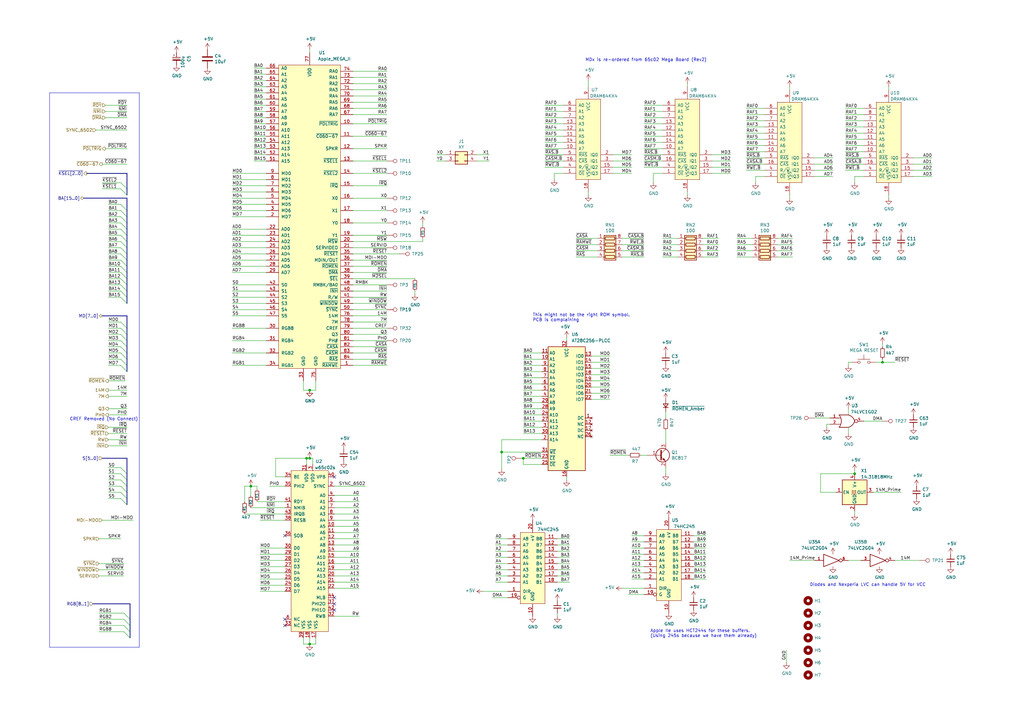
<source format=kicad_sch>
(kicad_sch (version 20230121) (generator eeschema)
  (paper "A3")
  (title_block (title "Mega-II 65C02") (date "2022-06-27") (rev "3b") (company "twitch.tv/baldengineer"))
  (junction (at 214.63 187.96))
  (junction (at 350.52 194.31))
  (junction (at 102.87 199.39))
  (junction (at 125.73 187.96))
  (junction (at 361.95 148.59))
  (junction (at 127 160.02))
  (junction (at 127 187.96))
  (junction (at 205.74 185.42))
  (junction (at 127 264.16))
  (no_connect (at 137.16 195.58))
  (no_connect (at 116.84 256.54))
  (no_connect (at 137.16 247.65))
  (no_connect (at 116.84 254))
  (no_connect (at 137.16 250.19))
  (no_connect (at 116.84 219.71))
  (no_connect (at 137.16 245.11))
  (bus_entry (at 49.53 114.3) (size 2.54 2.54))
  (bus_entry (at 49.53 116.84) (size 2.54 2.54))
  (bus_entry (at 49.53 119.38) (size 2.54 2.54))
  (bus_entry (at 49.53 111.76) (size 2.54 2.54))
  (bus_entry (at 49.53 132.08) (size 2.54 2.54))
  (bus_entry (at 49.53 139.7) (size 2.54 2.54))
  (bus_entry (at 49.53 149.86) (size 2.54 2.54))
  (bus_entry (at 49.53 134.62) (size 2.54 2.54))
  (bus_entry (at 50.8 251.46) (size 2.54 2.54))
  (bus_entry (at 50.8 254) (size 2.54 2.54))
  (bus_entry (at 50.8 256.54) (size 2.54 2.54))
  (bus_entry (at 50.8 259.08) (size 2.54 2.54))
  (bus_entry (at 49.53 121.92) (size 2.54 2.54))
  (bus_entry (at 49.53 144.78) (size 2.54 2.54))
  (bus_entry (at 49.53 147.32) (size 2.54 2.54))
  (bus_entry (at 49.53 93.98) (size 2.54 2.54))
  (bus_entry (at 49.53 77.47) (size 2.54 2.54))
  (bus_entry (at 49.53 88.9) (size 2.54 2.54))
  (bus_entry (at 49.53 86.36) (size 2.54 2.54))
  (bus_entry (at 49.53 83.82) (size 2.54 2.54))
  (bus_entry (at 49.53 99.06) (size 2.54 2.54))
  (bus_entry (at 49.53 104.14) (size 2.54 2.54))
  (bus_entry (at 49.53 74.93) (size 2.54 2.54))
  (bus_entry (at 49.53 142.24) (size 2.54 2.54))
  (bus_entry (at 49.53 101.6) (size 2.54 2.54))
  (bus_entry (at 49.53 96.52) (size 2.54 2.54))
  (bus_entry (at 49.53 137.16) (size 2.54 2.54))
  (bus_entry (at 49.53 91.44) (size 2.54 2.54))
  (bus_entry (at 49.53 109.22) (size 2.54 2.54))
  (bus_entry (at 49.53 191.77) (size 2.54 2.54))
  (bus_entry (at 49.53 194.31) (size 2.54 2.54))
  (bus_entry (at 49.53 196.85) (size 2.54 2.54))
  (bus_entry (at 49.53 199.39) (size 2.54 2.54))
  (bus_entry (at 49.53 204.47) (size 2.54 2.54))
  (bus_entry (at 49.53 201.93) (size 2.54 2.54))
  (bus_entry (at 49.53 106.68) (size 2.54 2.54))
  (wire (pts (xy 361.95 147.32) (xy 361.95 148.59)))
  (wire (pts (xy 308.61 105.41) (xy 302.26 105.41)))
  (wire (pts (xy 271.78 48.26) (xy 264.16 48.26)))
  (wire (pts (xy 281.94 78.74) (xy 281.94 80.01)))
  (wire (pts (xy 158.75 124.46) (xy 144.78 124.46)))
  (wire (pts (xy 170.18 119.38) (xy 170.18 120.65)))
  (wire (pts (xy 124.46 261.62) (xy 124.46 264.16)))
  (wire (pts (xy 116.84 213.36) (xy 106.68 213.36)))
  (wire (pts (xy 49.53 119.38) (xy 44.45 119.38)))
  (wire (pts (xy 44.45 106.68) (xy 49.53 106.68)))
  (wire (pts (xy 354.33 49.53) (xy 346.71 49.53)))
  (wire (pts (xy 158.75 86.36) (xy 144.78 86.36)))
  (bus (pts (xy 53.34 259.08) (xy 53.34 256.54)))
  (wire (pts (xy 208.28 220.98) (xy 203.2 220.98)))
  (wire (pts (xy 228.6 228.6) (xy 233.68 228.6)))
  (wire (pts (xy 308.61 102.87) (xy 302.26 102.87)))
  (bus (pts (xy 52.07 80.01) (xy 52.07 77.47)))
  (wire (pts (xy 49.53 147.32) (xy 44.45 147.32)))
  (wire (pts (xy 313.69 57.15) (xy 306.07 57.15)))
  (wire (pts (xy 144.78 116.84) (xy 158.75 116.84)))
  (wire (pts (xy 109.22 149.86) (xy 95.25 149.86)))
  (wire (pts (xy 349.25 148.59) (xy 347.98 148.59)))
  (wire (pts (xy 208.28 228.6) (xy 203.2 228.6)))
  (wire (pts (xy 109.22 99.06) (xy 95.25 99.06)))
  (wire (pts (xy 44.45 91.44) (xy 49.53 91.44)))
  (wire (pts (xy 278.13 97.79) (xy 271.78 97.79)))
  (wire (pts (xy 214.63 187.96) (xy 214.63 190.5)))
  (wire (pts (xy 137.16 228.6) (xy 147.32 228.6)))
  (wire (pts (xy 109.22 38.1) (xy 104.14 38.1)))
  (wire (pts (xy 158.75 50.8) (xy 144.78 50.8)))
  (wire (pts (xy 109.22 83.82) (xy 95.25 83.82)))
  (wire (pts (xy 208.28 226.06) (xy 203.2 226.06)))
  (wire (pts (xy 137.16 218.44) (xy 147.32 218.44)))
  (wire (pts (xy 242.57 151.13) (xy 250.19 151.13)))
  (wire (pts (xy 267.97 71.12) (xy 267.97 74.93)))
  (wire (pts (xy 124.46 264.16) (xy 127 264.16)))
  (wire (pts (xy 200.66 66.04) (xy 195.58 66.04)))
  (wire (pts (xy 158.75 34.29) (xy 144.78 34.29)))
  (wire (pts (xy 116.84 229.87) (xy 106.68 229.87)))
  (wire (pts (xy 318.77 97.79) (xy 325.12 97.79)))
  (wire (pts (xy 54.61 213.36) (xy 41.91 213.36)))
  (wire (pts (xy 241.3 78.74) (xy 241.3 80.01)))
  (wire (pts (xy 251.46 68.58) (xy 259.08 68.58)))
  (wire (pts (xy 284.48 222.25) (xy 289.56 222.25)))
  (wire (pts (xy 158.75 121.92) (xy 144.78 121.92)))
  (bus (pts (xy 52.07 99.06) (xy 52.07 96.52)))
  (wire (pts (xy 144.78 104.14) (xy 163.83 104.14)))
  (wire (pts (xy 264.16 63.5) (xy 271.78 63.5)))
  (wire (pts (xy 264.16 219.71) (xy 259.08 219.71)))
  (wire (pts (xy 264.16 232.41) (xy 259.08 232.41)))
  (wire (pts (xy 137.16 223.52) (xy 147.32 223.52)))
  (wire (pts (xy 228.6 233.68) (xy 233.68 233.68)))
  (wire (pts (xy 374.65 67.31) (xy 382.27 67.31)))
  (wire (pts (xy 124.46 160.02) (xy 127 160.02)))
  (polyline (pts (xy 20.32 38.1) (xy 57.15 38.1)))
  (wire (pts (xy 313.69 62.23) (xy 306.07 62.23)))
  (wire (pts (xy 116.84 237.49) (xy 106.68 237.49)))
  (wire (pts (xy 109.22 129.54) (xy 95.25 129.54)))
  (wire (pts (xy 222.25 172.72) (xy 214.63 172.72)))
  (wire (pts (xy 231.14 43.18) (xy 223.52 43.18)))
  (wire (pts (xy 222.25 149.86) (xy 214.63 149.86)))
  (bus (pts (xy 52.07 121.92) (xy 52.07 124.46)))
  (bus (pts (xy 52.07 86.36) (xy 52.07 81.28)))
  (wire (pts (xy 228.6 238.76) (xy 233.68 238.76)))
  (wire (pts (xy 102.87 199.39) (xy 102.87 203.2)))
  (wire (pts (xy 109.22 50.8) (xy 104.14 50.8)))
  (wire (pts (xy 44.45 86.36) (xy 49.53 86.36)))
  (wire (pts (xy 44.45 144.78) (xy 49.53 144.78)))
  (bus (pts (xy 52.07 134.62) (xy 52.07 129.54)))
  (wire (pts (xy 208.28 223.52) (xy 203.2 223.52)))
  (wire (pts (xy 292.1 63.5) (xy 299.72 63.5)))
  (wire (pts (xy 318.77 105.41) (xy 325.12 105.41)))
  (wire (pts (xy 271.78 58.42) (xy 264.16 58.42)))
  (wire (pts (xy 264.16 227.33) (xy 259.08 227.33)))
  (wire (pts (xy 208.28 231.14) (xy 203.2 231.14)))
  (wire (pts (xy 231.14 48.26) (xy 223.52 48.26)))
  (wire (pts (xy 49.53 191.77) (xy 44.45 191.77)))
  (wire (pts (xy 49.53 199.39) (xy 44.45 199.39)))
  (wire (pts (xy 264.16 229.87) (xy 259.08 229.87)))
  (wire (pts (xy 109.22 33.02) (xy 104.14 33.02)))
  (wire (pts (xy 158.75 76.2) (xy 144.78 76.2)))
  (wire (pts (xy 44.45 109.22) (xy 49.53 109.22)))
  (wire (pts (xy 273.05 191.77) (xy 273.05 194.31)))
  (bus (pts (xy 53.34 256.54) (xy 53.34 254)))
  (wire (pts (xy 354.33 46.99) (xy 346.71 46.99)))
  (wire (pts (xy 222.25 170.18) (xy 214.63 170.18)))
  (wire (pts (xy 40.64 254) (xy 50.8 254)))
  (wire (pts (xy 271.78 43.18) (xy 264.16 43.18)))
  (wire (pts (xy 347.98 167.64) (xy 347.98 170.18)))
  (wire (pts (xy 214.63 187.96) (xy 213.995 187.96)))
  (wire (pts (xy 242.57 161.29) (xy 250.19 161.29)))
  (wire (pts (xy 113.03 187.96) (xy 125.73 187.96)))
  (wire (pts (xy 124.46 156.21) (xy 124.46 160.02)))
  (wire (pts (xy 361.95 148.59) (xy 367.03 148.59)))
  (wire (pts (xy 44.45 83.82) (xy 49.53 83.82)))
  (wire (pts (xy 49.53 132.08) (xy 44.45 132.08)))
  (wire (pts (xy 109.22 109.22) (xy 95.25 109.22)))
  (wire (pts (xy 158.75 127) (xy 144.78 127)))
  (bus (pts (xy 52.07 142.24) (xy 52.07 139.7)))
  (wire (pts (xy 109.22 58.42) (xy 104.14 58.42)))
  (wire (pts (xy 52.07 60.96) (xy 43.18 60.96)))
  (wire (pts (xy 242.57 153.67) (xy 250.19 153.67)))
  (wire (pts (xy 231.14 68.58) (xy 223.52 68.58)))
  (wire (pts (xy 40.64 251.46) (xy 50.8 251.46)))
  (wire (pts (xy 127 261.62) (xy 127 264.16)))
  (wire (pts (xy 231.14 58.42) (xy 223.52 58.42)))
  (bus (pts (xy 52.07 119.38) (xy 52.07 116.84)))
  (polyline (pts (xy 57.15 38.1) (xy 57.15 265.43)))
  (wire (pts (xy 44.45 177.8) (xy 52.07 177.8)))
  (wire (pts (xy 255.27 102.87) (xy 264.16 102.87)))
  (wire (pts (xy 208.28 238.76) (xy 203.2 238.76)))
  (wire (pts (xy 347.98 175.26) (xy 347.98 177.8)))
  (wire (pts (xy 232.41 195.58) (xy 232.41 196.85)))
  (wire (pts (xy 313.69 44.45) (xy 306.07 44.45)))
  (wire (pts (xy 222.25 152.4) (xy 214.63 152.4)))
  (wire (pts (xy 288.29 105.41) (xy 294.64 105.41)))
  (wire (pts (xy 137.16 199.39) (xy 149.86 199.39)))
  (wire (pts (xy 313.69 72.39) (xy 309.88 72.39)))
  (wire (pts (xy 173.355 91.44) (xy 173.355 92.71)))
  (wire (pts (xy 158.75 147.32) (xy 144.78 147.32)))
  (wire (pts (xy 116.84 232.41) (xy 106.68 232.41)))
  (wire (pts (xy 109.22 43.18) (xy 104.14 43.18)))
  (wire (pts (xy 109.22 60.96) (xy 104.14 60.96)))
  (wire (pts (xy 102.87 199.39) (xy 105.41 199.39)))
  (wire (pts (xy 222.25 187.96) (xy 214.63 187.96)))
  (wire (pts (xy 228.6 226.06) (xy 233.68 226.06)))
  (wire (pts (xy 205.74 180.34) (xy 205.74 185.42)))
  (wire (pts (xy 109.22 53.34) (xy 104.14 53.34)))
  (bus (pts (xy 52.07 114.3) (xy 52.07 111.76)))
  (wire (pts (xy 346.71 67.31) (xy 354.33 67.31)))
  (wire (pts (xy 158.75 41.91) (xy 144.78 41.91)))
  (wire (pts (xy 222.25 177.8) (xy 214.63 177.8)))
  (wire (pts (xy 129.54 156.21) (xy 129.54 160.02)))
  (bus (pts (xy 52.07 194.31) (xy 52.07 187.96)))
  (wire (pts (xy 350.52 209.55) (xy 350.52 210.82)))
  (wire (pts (xy 284.48 227.33) (xy 289.56 227.33)))
  (wire (pts (xy 278.13 100.33) (xy 271.78 100.33)))
  (wire (pts (xy 49.53 96.52) (xy 44.45 96.52)))
  (wire (pts (xy 158.75 129.54) (xy 144.78 129.54)))
  (wire (pts (xy 228.6 220.98) (xy 233.68 220.98)))
  (wire (pts (xy 228.6 223.52) (xy 233.68 223.52)))
  (wire (pts (xy 228.6 251.46) (xy 228.6 252.73)))
  (wire (pts (xy 116.84 195.58) (xy 113.03 195.58)))
  (wire (pts (xy 374.65 69.85) (xy 382.27 69.85)))
  (bus (pts (xy 52.07 88.9) (xy 52.07 86.36)))
  (wire (pts (xy 52.07 182.88) (xy 44.45 182.88)))
  (wire (pts (xy 109.22 88.9) (xy 95.25 88.9)))
  (wire (pts (xy 322.58 271.78) (xy 322.58 266.7)))
  (wire (pts (xy 200.66 63.5) (xy 195.58 63.5)))
  (wire (pts (xy 44.45 156.21) (xy 51.435 156.21)))
  (wire (pts (xy 231.14 55.88) (xy 223.52 55.88)))
  (wire (pts (xy 137.16 236.22) (xy 147.32 236.22)))
  (bus (pts (xy 52.07 204.47) (xy 52.07 201.93)))
  (bus (pts (xy 52.07 116.84) (xy 52.07 114.3)))
  (wire (pts (xy 144.78 91.44) (xy 158.75 91.44)))
  (wire (pts (xy 137.16 233.68) (xy 147.32 233.68)))
  (wire (pts (xy 182.88 66.04) (xy 179.07 66.04)))
  (wire (pts (xy 271.78 60.96) (xy 264.16 60.96)))
  (wire (pts (xy 44.45 180.34) (xy 52.07 180.34)))
  (wire (pts (xy 245.11 100.33) (xy 236.22 100.33)))
  (wire (pts (xy 158.75 139.7) (xy 144.78 139.7)))
  (wire (pts (xy 144.78 71.12) (xy 158.75 71.12)))
  (wire (pts (xy 109.22 144.78) (xy 95.25 144.78)))
  (wire (pts (xy 158.75 55.88) (xy 144.78 55.88)))
  (wire (pts (xy 44.45 204.47) (xy 49.53 204.47)))
  (wire (pts (xy 116.84 205.74) (xy 105.41 205.74)))
  (wire (pts (xy 354.33 52.07) (xy 346.71 52.07)))
  (wire (pts (xy 354.33 44.45) (xy 346.71 44.45)))
  (wire (pts (xy 109.22 106.68) (xy 95.25 106.68)))
  (wire (pts (xy 137.16 238.76) (xy 147.32 238.76)))
  (wire (pts (xy 284.48 229.87) (xy 289.56 229.87)))
  (wire (pts (xy 242.57 156.21) (xy 250.19 156.21)))
  (wire (pts (xy 125.73 187.96) (xy 127 187.96)))
  (wire (pts (xy 44.45 88.9) (xy 49.53 88.9)))
  (wire (pts (xy 284.48 224.79) (xy 289.56 224.79)))
  (wire (pts (xy 231.14 71.12) (xy 227.33 71.12)))
  (wire (pts (xy 41.91 77.47) (xy 49.53 77.47)))
  (bus (pts (xy 52.07 152.4) (xy 52.07 149.86)))
  (wire (pts (xy 144.78 99.06) (xy 173.355 99.06)))
  (wire (pts (xy 336.55 194.31) (xy 350.52 194.31)))
  (wire (pts (xy 201.93 245.11) (xy 208.28 245.11)))
  (wire (pts (xy 109.22 101.6) (xy 95.25 101.6)))
  (wire (pts (xy 273.05 168.91) (xy 273.05 171.45)))
  (wire (pts (xy 44.45 201.93) (xy 49.53 201.93)))
  (wire (pts (xy 49.53 194.31) (xy 44.45 194.31)))
  (wire (pts (xy 361.95 140.97) (xy 361.95 142.24)))
  (wire (pts (xy 208.28 233.68) (xy 203.2 233.68)))
  (wire (pts (xy 350.52 193.04) (xy 350.52 194.31)))
  (wire (pts (xy 340.36 173.99) (xy 339.09 173.99)))
  (wire (pts (xy 137.16 205.74) (xy 147.32 205.74)))
  (wire (pts (xy 205.74 185.42) (xy 205.74 192.405)))
  (wire (pts (xy 347.98 148.59) (xy 347.98 149.86)))
  (wire (pts (xy 109.22 119.38) (xy 95.25 119.38)))
  (wire (pts (xy 127 187.96) (xy 128.27 187.96)))
  (wire (pts (xy 222.25 165.1) (xy 214.63 165.1)))
  (wire (pts (xy 271.78 53.34) (xy 264.16 53.34)))
  (wire (pts (xy 350.52 72.39) (xy 350.52 74.93)))
  (wire (pts (xy 109.22 45.72) (xy 104.14 45.72)))
  (wire (pts (xy 336.55 194.31) (xy 336.55 201.93)))
  (polyline (pts (xy 57.15 265.43) (xy 20.32 265.43)))
  (wire (pts (xy 255.27 241.3) (xy 264.16 241.3)))
  (wire (pts (xy 137.16 208.28) (xy 147.32 208.28)))
  (wire (pts (xy 40.64 236.22) (xy 50.8 236.22)))
  (bus (pts (xy 52.07 147.32) (xy 52.07 144.78)))
  (wire (pts (xy 264.16 234.95) (xy 259.08 234.95)))
  (wire (pts (xy 116.84 234.95) (xy 106.68 234.95)))
  (wire (pts (xy 109.22 63.5) (xy 104.14 63.5)))
  (wire (pts (xy 158.75 101.6) (xy 144.78 101.6)))
  (wire (pts (xy 158.75 149.86) (xy 144.78 149.86)))
  (bus (pts (xy 52.07 109.22) (xy 52.07 106.68)))
  (wire (pts (xy 205.74 180.34) (xy 222.25 180.34)))
  (bus (pts (xy 52.07 196.85) (xy 52.07 194.31)))
  (wire (pts (xy 109.22 127) (xy 95.25 127)))
  (wire (pts (xy 251.46 71.12) (xy 259.08 71.12)))
  (wire (pts (xy 109.22 66.04) (xy 104.14 66.04)))
  (bus (pts (xy 41.91 129.54) (xy 52.07 129.54)))
  (bus (pts (xy 52.07 106.68) (xy 52.07 104.14)))
  (wire (pts (xy 222.25 185.42) (xy 205.74 185.42)))
  (wire (pts (xy 222.25 167.64) (xy 214.63 167.64)))
  (wire (pts (xy 52.07 162.56) (xy 44.45 162.56)))
  (bus (pts (xy 35.56 71.12) (xy 52.07 71.12)))
  (wire (pts (xy 284.48 232.41) (xy 289.56 232.41)))
  (bus (pts (xy 52.07 149.86) (xy 52.07 147.32)))
  (wire (pts (xy 158.75 106.68) (xy 144.78 106.68)))
  (wire (pts (xy 374.65 64.77) (xy 382.27 64.77)))
  (wire (pts (xy 44.45 139.7) (xy 49.53 139.7)))
  (bus (pts (xy 38.1 247.65) (xy 53.34 247.65)))
  (wire (pts (xy 109.22 48.26) (xy 104.14 48.26)))
  (wire (pts (xy 264.16 222.25) (xy 259.08 222.25)))
  (wire (pts (xy 222.25 157.48) (xy 214.63 157.48)))
  (wire (pts (xy 109.22 96.52) (xy 95.25 96.52)))
  (wire (pts (xy 179.07 63.5) (xy 182.88 63.5)))
  (wire (pts (xy 158.75 46.99) (xy 144.78 46.99)))
  (wire (pts (xy 44.45 175.26) (xy 52.07 175.26)))
  (wire (pts (xy 288.29 100.33) (xy 294.64 100.33)))
  (wire (pts (xy 109.22 116.84) (xy 95.25 116.84)))
  (wire (pts (xy 100.33 205.74) (xy 100.33 199.39)))
  (wire (pts (xy 109.22 71.12) (xy 95.25 71.12)))
  (wire (pts (xy 109.22 55.88) (xy 104.14 55.88)))
  (wire (pts (xy 354.33 62.23) (xy 346.71 62.23)))
  (wire (pts (xy 198.12 242.57) (xy 208.28 242.57)))
  (wire (pts (xy 223.52 63.5) (xy 231.14 63.5)))
  (wire (pts (xy 110.49 199.39) (xy 116.84 199.39)))
  (wire (pts (xy 346.71 64.77) (xy 354.33 64.77)))
  (wire (pts (xy 214.63 190.5) (xy 222.25 190.5)))
  (wire (pts (xy 222.25 154.94) (xy 214.63 154.94)))
  (wire (pts (xy 354.33 172.72) (xy 361.95 172.72)))
  (wire (pts (xy 292.1 66.04) (xy 299.72 66.04)))
  (wire (pts (xy 313.69 59.69) (xy 306.07 59.69)))
  (bus (pts (xy 52.07 139.7) (xy 52.07 137.16)))
  (wire (pts (xy 271.78 68.58) (xy 264.16 68.58)))
  (wire (pts (xy 127 20.32) (xy 127 21.59)))
  (wire (pts (xy 158.75 119.38) (xy 144.78 119.38)))
  (wire (pts (xy 109.22 81.28) (xy 95.25 81.28)))
  (wire (pts (xy 245.11 97.79) (xy 236.22 97.79)))
  (wire (pts (xy 158.75 60.96) (xy 144.78 60.96)))
  (wire (pts (xy 354.33 72.39) (xy 350.52 72.39)))
  (wire (pts (xy 44.45 196.85) (xy 49.53 196.85)))
  (wire (pts (xy 137.16 213.36) (xy 147.32 213.36)))
  (wire (pts (xy 137.16 220.98) (xy 147.32 220.98)))
  (wire (pts (xy 273.05 176.53) (xy 273.05 181.61)))
  (wire (pts (xy 227.33 71.12) (xy 227.33 73.66)))
  (wire (pts (xy 264.16 224.79) (xy 259.08 224.79)))
  (wire (pts (xy 158.75 66.04) (xy 144.78 66.04)))
  (wire (pts (xy 271.78 71.12) (xy 267.97 71.12)))
  (bus (pts (xy 52.07 96.52) (xy 52.07 93.98)))
  (wire (pts (xy 129.54 264.16) (xy 129.54 261.62)))
  (wire (pts (xy 116.84 210.82) (xy 100.33 210.82)))
  (wire (pts (xy 208.28 236.22) (xy 203.2 236.22)))
  (wire (pts (xy 308.61 97.79) (xy 302.26 97.79)))
  (wire (pts (xy 262.89 186.69) (xy 265.43 186.69)))
  (wire (pts (xy 358.14 201.93) (xy 369.57 201.93)))
  (wire (pts (xy 242.57 163.83) (xy 250.19 163.83)))
  (wire (pts (xy 339.09 173.99) (xy 339.09 175.26)))
  (wire (pts (xy 158.75 137.16) (xy 144.78 137.16)))
  (wire (pts (xy 364.49 80.01) (xy 364.49 81.28)))
  (wire (pts (xy 251.46 66.04) (xy 259.08 66.04)))
  (wire (pts (xy 313.69 49.53) (xy 306.07 49.53)))
  (wire (pts (xy 50.8 233.68) (xy 40.64 233.68)))
  (wire (pts (xy 52.07 160.02) (xy 44.45 160.02)))
  (wire (pts (xy 100.33 199.39) (xy 102.87 199.39)))
  (wire (pts (xy 158.75 29.21) (xy 144.78 29.21)))
  (wire (pts (xy 49.53 134.62) (xy 44.45 134.62)))
  (wire (pts (xy 144.78 134.62) (xy 158.75 134.62)))
  (wire (pts (xy 43.18 48.26) (xy 52.07 48.26)))
  (wire (pts (xy 222.25 160.02) (xy 214.63 160.02)))
  (wire (pts (xy 109.22 30.48) (xy 104.14 30.48)))
  (wire (pts (xy 116.84 242.57) (xy 106.68 242.57)))
  (wire (pts (xy 116.84 227.33) (xy 106.68 227.33)))
  (wire (pts (xy 278.13 105.41) (xy 271.78 105.41)))
  (wire (pts (xy 43.18 45.72) (xy 52.07 45.72)))
  (wire (pts (xy 158.75 144.78) (xy 144.78 144.78)))
  (wire (pts (xy 144.78 114.3) (xy 170.18 114.3)))
  (wire (pts (xy 40.64 256.54) (xy 50.8 256.54)))
  (wire (pts (xy 231.14 53.34) (xy 223.52 53.34)))
  (wire (pts (xy 228.6 236.22) (xy 233.68 236.22)))
  (wire (pts (xy 245.11 105.41) (xy 236.22 105.41)))
  (wire (pts (xy 40.64 231.14) (xy 50.8 231.14)))
  (bus (pts (xy 34.29 81.28) (xy 52.07 81.28)))
  (wire (pts (xy 116.84 208.28) (xy 102.87 208.28)))
  (wire (pts (xy 284.48 219.71) (xy 289.56 219.71)))
  (wire (pts (xy 109.22 93.98) (xy 95.25 93.98)))
  (wire (pts (xy 222.25 162.56) (xy 214.63 162.56)))
  (wire (pts (xy 137.16 231.14) (xy 147.32 231.14)))
  (wire (pts (xy 222.25 144.78) (xy 214.63 144.78)))
  (wire (pts (xy 137.16 210.82) (xy 147.32 210.82)))
  (bus (pts (xy 52.07 207.01) (xy 52.07 204.47)))
  (wire (pts (xy 158.75 132.08) (xy 144.78 132.08)))
  (wire (pts (xy 109.22 111.76) (xy 95.25 111.76)))
  (wire (pts (xy 158.75 31.75) (xy 144.78 31.75)))
  (wire (pts (xy 125.73 190.5) (xy 125.73 187.96)))
  (wire (pts (xy 347.98 229.87) (xy 353.06 229.87)))
  (wire (pts (xy 306.07 64.77) (xy 313.69 64.77)))
  (wire (pts (xy 231.14 50.8) (xy 223.52 50.8)))
  (wire (pts (xy 49.53 101.6) (xy 44.45 101.6)))
  (wire (pts (xy 255.27 97.79) (xy 264.16 97.79)))
  (wire (pts (xy 52.07 170.18) (xy 44.45 170.18)))
  (wire (pts (xy 323.85 80.01) (xy 323.85 81.28)))
  (wire (pts (xy 49.53 93.98) (xy 44.45 93.98)))
  (wire (pts (xy 44.45 142.24) (xy 49.53 142.24)))
  (wire (pts (xy 334.01 64.77) (xy 341.63 64.77)))
  (wire (pts (xy 222.25 147.32) (xy 214.63 147.32)))
  (wire (pts (xy 334.01 69.85) (xy 341.63 69.85)))
  (wire (pts (xy 334.01 72.39) (xy 341.63 72.39)))
  (wire (pts (xy 251.46 63.5) (xy 259.08 63.5)))
  (bus (pts (xy 53.34 254) (xy 53.34 247.65)))
  (wire (pts (xy 116.84 224.79) (xy 106.68 224.79)))
  (wire (pts (xy 292.1 68.58) (xy 299.72 68.58)))
  (wire (pts (xy 361.95 148.59) (xy 359.41 148.59)))
  (wire (pts (xy 158.75 142.24) (xy 144.78 142.24)))
  (wire (pts (xy 313.69 52.07) (xy 306.07 52.07)))
  (bus (pts (xy 52.07 77.47) (xy 52.07 71.12)))
  (bus (pts (xy 52.07 111.76) (xy 52.07 109.22)))
  (wire (pts (xy 241.3 33.02) (xy 241.3 35.56)))
  (wire (pts (xy 40.64 220.98) (xy 49.53 220.98)))
  (wire (pts (xy 49.53 116.84) (xy 44.45 116.84)))
  (wire (pts (xy 318.77 102.87) (xy 325.12 102.87)))
  (wire (pts (xy 278.13 102.87) (xy 271.78 102.87)))
  (wire (pts (xy 137.16 203.2) (xy 147.32 203.2)))
  (wire (pts (xy 236.22 102.87) (xy 245.11 102.87)))
  (wire (pts (xy 40.64 259.08) (xy 50.8 259.08)))
  (wire (pts (xy 109.22 40.64) (xy 104.14 40.64)))
  (wire (pts (xy 52.07 167.64) (xy 44.45 167.64)))
  (wire (pts (xy 113.03 195.58) (xy 113.03 187.96)))
  (wire (pts (xy 49.53 149.86) (xy 44.45 149.86)))
  (wire (pts (xy 313.69 69.85) (xy 306.07 69.85)))
  (wire (pts (xy 271.78 45.72) (xy 264.16 45.72)))
  (wire (pts (xy 255.27 100.33) (xy 264.16 100.33)))
  (wire (pts (xy 52.07 67.31) (xy 41.91 67.31)))
  (wire (pts (xy 242.57 148.59) (xy 250.19 148.59)))
  (wire (pts (xy 336.55 201.93) (xy 342.9 201.93)))
  (wire (pts (xy 127 160.02) (xy 129.54 160.02)))
  (wire (pts (xy 49.53 99.06) (xy 44.45 99.06)))
  (wire (pts (xy 323.85 35.56) (xy 323.85 36.83)))
  (wire (pts (xy 128.27 187.96) (xy 128.27 190.5)))
  (wire (pts (xy 109.22 78.74) (xy 95.25 78.74)))
  (wire (pts (xy 367.03 229.87) (xy 377.19 229.87)))
  (wire (pts (xy 231.14 45.72) (xy 223.52 45.72)))
  (wire (pts (xy 231.14 66.04) (xy 223.52 66.04)))
  (wire (pts (xy 137.16 252.73) (xy 147.32 252.73)))
  (wire (pts (xy 292.1 71.12) (xy 299.72 71.12)))
  (wire (pts (xy 158.75 111.76) (xy 144.78 111.76)))
  (wire (pts (xy 323.85 229.87) (xy 334.01 229.87)))
  (wire (pts (xy 109.22 86.36) (xy 95.25 86.36)))
  (wire (pts (xy 284.48 237.49) (xy 289.56 237.49)))
  (wire (pts (xy 137.16 215.9) (xy 147.32 215.9)))
  (wire (pts (xy 364.49 35.56) (xy 364.49 36.83)))
  (wire (pts (xy 228.6 231.14) (xy 233.68 231.14)))
  (wire (pts (xy 308.61 100.33) (xy 302.26 100.33)))
  (wire (pts (xy 109.22 27.94) (xy 104.14 27.94)))
  (wire (pts (xy 250.19 146.05) (xy 242.57 146.05)))
  (wire (pts (xy 44.45 111.76) (xy 49.53 111.76)))
  (wire (pts (xy 127 264.16) (xy 129.54 264.16)))
  (wire (pts (xy 105.41 199.39) (xy 105.41 200.66)))
  (wire (pts (xy 109.22 121.92) (xy 95.25 121.92)))
  (bus (pts (xy 52.07 137.16) (xy 52.07 134.62)))
  (wire (pts (xy 222.25 175.26) (xy 214.63 175.26)))
  (wire (pts (xy 284.48 234.95) (xy 289.56 234.95)))
  (wire (pts (xy 44.45 104.14) (xy 49.53 104.14)))
  (wire (pts (xy 250.19 186.69) (xy 257.81 186.69)))
  (wire (pts (xy 354.33 54.61) (xy 346.71 54.61)))
  (wire (pts (xy 334.01 67.31) (xy 341.63 67.31)))
  (bus (pts (xy 52.07 93.98) (xy 52.07 91.44)))
  (wire (pts (xy 109.22 73.66) (xy 95.25 73.66)))
  (wire (pts (xy 158.75 81.28) (xy 144.78 81.28)))
  (wire (pts (xy 354.33 57.15) (xy 346.71 57.15)))
  (wire (pts (xy 288.29 97.79) (xy 294.64 97.79)))
  (wire (pts (xy 43.18 43.18) (xy 52.07 43.18)))
  (wire (pts (xy 271.78 55.88) (xy 264.16 55.88)))
  (wire (pts (xy 232.41 138.43) (xy 232.41 139.7)))
  (bus (pts (xy 52.07 119.38) (xy 52.07 121.92)))
  (wire (pts (xy 271.78 66.04) (xy 264.16 66.04)))
  (bus (pts (xy 52.07 201.93) (xy 52.07 199.39)))
  (wire (pts (xy 116.84 240.03) (xy 106.68 240.03)))
  (wire (pts (xy 44.45 137.16) (xy 49.53 137.16)))
  (wire (pts (xy 281.94 34.29) (xy 281.94 35.56)))
  (wire (pts (xy 309.88 72.39) (xy 309.88 74.93)))
  (wire (pts (xy 173.355 99.06) (xy 173.355 97.79)))
  (bus (pts (xy 53.34 261.62) (xy 53.34 259.08)))
  (wire (pts (xy 288.29 102.87) (xy 294.64 102.87)))
  (bus (pts (xy 52.07 199.39) (xy 52.07 196.85)))
  (wire (pts (xy 109.22 124.46) (xy 95.25 124.46)))
  (bus (pts (xy 52.07 144.78) (xy 52.07 142.24)))
  (wire (pts (xy 109.22 35.56) (xy 104.14 35.56)))
  (wire (pts (xy 109.22 76.2) (xy 95.25 76.2)))
  (wire (pts (xy 255.27 105.41) (xy 264.16 105.41)))
  (polyline (pts (xy 20.32 38.1) (xy 20.32 265.43)))
  (wire (pts (xy 306.07 67.31) (xy 313.69 67.31)))
  (wire (pts (xy 158.75 39.37) (xy 144.78 39.37)))
  (wire (pts (xy 334.01 171.45) (xy 340.36 171.45)))
  (wire (pts (xy 318.77 100.33) (xy 325.12 100.33)))
  (wire (pts (xy 271.78 50.8) (xy 264.16 50.8)))
  (wire (pts (xy 374.65 72.39) (xy 382.27 72.39)))
  (wire (pts (xy 158.75 109.22) (xy 144.78 109.22)))
  (wire (pts (xy 242.57 158.75) (xy 250.19 158.75)))
  (wire (pts (xy 109.22 104.14) (xy 95.25 104.14)))
  (wire (pts (xy 49.53 114.3) (xy 44.45 114.3)))
  (wire (pts (xy 158.75 44.45) (xy 144.78 44.45)))
  (wire (pts (xy 264.16 237.49) (xy 259.08 237.49)))
  (wire (pts (xy 313.69 54.61) (xy 306.07 54.61)))
  (wire (pts (xy 137.16 241.3) (xy 147.32 241.3)))
  (wire (pts (xy 49.53 121.92) (xy 44.45 121.92)))
  (wire (pts (xy 354.33 59.69) (xy 346.71 59.69)))
  (wire (pts (xy 41.91 74.93) (xy 49.53 74.93)))
  (bus (pts (xy 52.07 101.6) (xy 52.07 99.06)))
  (wire (pts (xy 39.37 53.34) (xy 52.07 53.34)))
  (wire (pts (xy 257.81 243.84) (xy 264.16 243.84)))
  (bus (pts (xy 52.07 104.14) (xy 52.07 101.6)))
  (wire (pts (xy 313.69 46.99) (xy 306.07 46.99)))
  (wire (pts (xy 109.22 139.7) (xy 95.25 139.7)))
  (wire (pts (xy 158.75 96.52) (xy 144.78 96.52)))
  (wire (pts (xy 158.75 36.83) (xy 144.78 36.83)))
  (wire (pts (xy 354.33 69.85) (xy 346.71 69.85)))
  (wire (pts (xy 109.22 134.62) (xy 95.25 134.62)))
  (wire (pts (xy 137.16 226.06) (xy 147.32 226.06)))
  (bus (pts (xy 41.91 187.96) (xy 52.07 187.96)))
  (wire (pts (xy 231.14 60.96) (xy 223.52 60.96)))
  (bus (pts (xy 52.07 91.44) (xy 52.07 88.9)))
  (text "MDx is re-ordered from 65c02 Mega Board (Rev2)" (at 240.03 25.4 0) (effects (font (size 1.27 1.27)) (justify left bottom)))
  (text "Apple IIe uses HCT244s for these buffers.\n(Using 245s because we have them already)" (at 266.7 261.62 0) (effects (font (size 1.27 1.27)) (justify left bottom)))
  (text "Diodes and Nexperia LVC can handle 5V for VCC" (at 332.105 240.665 0) (effects (font (size 1.27 1.27)) (justify left bottom)))
  (text "This might not be the right ROM symbol.\nPCB is complaining" (at 218.44 132.08 0) (effects (font (size 1.27 1.27)) (justify left bottom)))
  (text "CREF Removed (No Connect)" (at 28.575 172.72 0) (effects (font (size 1.27 1.27)) (justify left bottom)))
  (text "Notes:\n* Test if MEGA inhibits PH0 when /DMA is asserted." (at -53.34 163.83 0) (effects (font (size 1.27 1.27)) (justify left bottom)))
  (label "BA1" (at 214.63 147.32 0))
  (label "SYNC_6502" (at 149.86 199.39 180))
  (label "RW" (at 158.75 121.92 180))
  (label "MD5" (at 44.45 144.78 0))
  (label "AD7" (at 341.63 72.39 180))
  (label "BA5" (at 44.45 96.52 0))
  (label "~{RWE.B}" (at 306.07 69.85 0))
  (label "X1" (at 200.66 63.5 180))
  (label "BA9" (at 104.14 50.8 0))
  (label "A6" (at 203.2 236.22 0))
  (label "MD4" (at 259.08 71.12 180))
  (label "MD6" (at 250.19 161.29 180))
  (label "~{CASA}" (at 158.75 142.24 180))
  (label "A15" (at 259.08 237.49 0))
  (label "~{RWE.B}" (at 223.52 68.58 0))
  (label "RA3" (at 158.75 36.83 180))
  (label "RAF1" (at 264.16 45.72 0))
  (label "BA3" (at 233.68 228.6 180))
  (label "Y0" (at 179.07 66.04 0))
  (label "~{CASM}" (at 158.75 144.78 180))
  (label "~{CASM.B}" (at 264.16 66.04 0))
  (label "~{ROMEN}" (at 158.75 109.22 180))
  (label "BA10" (at 289.56 224.79 180))
  (label "BA7" (at 44.45 101.6 0))
  (label "MD1" (at 106.68 227.33 0))
  (label "BA15" (at 44.45 121.92 0))
  (label "A6" (at 147.32 218.44 180))
  (label "MD7" (at 250.19 163.83 180))
  (label "RAF2" (at 223.52 48.26 0))
  (label "BA12" (at 104.14 58.42 0))
  (label "~{IRQ}" (at 109.22 210.82 0))
  (label "MD3" (at 95.25 78.74 0))
  (label "~{CASM.B}" (at 223.52 66.04 0))
  (label "RAF3" (at 264.16 50.8 0))
  (label "RW" (at 52.07 180.34 180))
  (label "A3" (at 147.32 210.82 180))
  (label "~{NMI}" (at 109.22 208.28 0))
  (label "MD4" (at 44.45 142.24 0))
  (label "RGB1" (at 95.25 149.86 0))
  (label "BA14" (at 289.56 234.95 180))
  (label "~{RAS}" (at 158.75 147.32 180))
  (label "14M_Prime" (at 369.57 201.93 180))
  (label "S1" (at 95.25 119.38 0))
  (label "A12" (at 259.08 229.87 0))
  (label "BA10" (at 214.63 170.18 0))
  (label "GND" (at 322.58 266.7 270))
  (label "~{KSEL1}" (at 158.75 66.04 180))
  (label "S0" (at 95.25 116.84 0))
  (label "~{RAS}" (at 236.22 105.41 0))
  (label "RGB8" (at 95.25 134.62 0))
  (label "MD3" (at 250.19 153.67 180))
  (label "RA1" (at 271.78 97.79 0))
  (label "~{ROMEN}" (at 215.265 187.96 0))
  (label "RA6" (at 302.26 102.87 0))
  (label "BA12" (at 289.56 229.87 180))
  (label "~{RWE.B}" (at 264.16 100.33 180))
  (label "AD5" (at 95.25 106.68 0))
  (label "Q3" (at 52.07 167.64 180))
  (label "BA11" (at 104.14 55.88 0))
  (label "X0" (at 179.07 63.5 0))
  (label "MD3" (at 299.72 63.5 180))
  (label "~{RWE.B}" (at 346.71 69.85 0))
  (label "MD2" (at 106.68 229.87 0))
  (label "RA4" (at 158.75 39.37 180))
  (label "RAF5" (at 346.71 57.15 0))
  (label "BA6" (at 214.63 160.02 0))
  (label "RMBK" (at 151.13 116.84 180))
  (label "~{RAS.B}" (at 223.52 63.5 0))
  (label "~{RAS.B}" (at 264.16 105.41 180))
  (label "~{NMI}" (at 52.07 45.72 180))
  (label "RA3" (at 271.78 105.41 0))
  (label "BA1" (at 104.14 30.48 0))
  (label "~{RAMWE}" (at 236.22 100.33 0))
  (label "BA5" (at 104.14 40.64 0))
  (label "BA11" (at 289.56 227.33 180))
  (label "BA6" (at 44.45 99.06 0))
  (label "Q3" (at 158.75 137.16 180))
  (label "X1" (at 158.75 86.36 180))
  (label "BA10" (at 44.45 109.22 0))
  (label "BA8" (at 214.63 165.1 0))
  (label "RAF4" (at 223.52 53.34 0))
  (label "A3" (at 203.2 228.6 0))
  (label "MD5" (at 95.25 83.82 0))
  (label "BA2" (at 233.68 226.06 180))
  (label "DMA" (at 361.95 172.72 180))
  (label "MD7" (at 259.08 63.5 180))
  (label "RAF5" (at 325.12 100.33 180))
  (label "AD6" (at 341.63 69.85 180))
  (label "7M" (at 158.75 132.08 180))
  (label "MD5" (at 106.68 237.49 0))
  (label "RAF6" (at 306.07 59.69 0))
  (label "A11" (at 147.32 231.14 180))
  (label "MD7" (at 44.45 149.86 0))
  (label "A10" (at 147.32 228.6 180))
  (label "SERVID" (at 158.75 101.6 180))
  (label "S1" (at 44.45 194.31 0))
  (label "~{KSEL2}" (at 158.75 71.12 180))
  (label "RGB4" (at 40.64 256.54 0))
  (label "~{PDLTRIG}" (at 158.75 50.8 180))
  (label "RAF4" (at 325.12 97.79 180))
  (label "BA9" (at 44.45 106.68 0))
  (label "BA11" (at 44.45 111.76 0))
  (label "A4" (at 203.2 231.14 0))
  (label "A0" (at 203.2 220.98 0))
  (label "RAF3" (at 306.07 52.07 0))
  (label "SPKR" (at 49.53 220.98 180))
  (label "BA13" (at 214.63 177.8 0))
  (label "S3" (at 95.25 124.46 0))
  (label "MD7" (at 106.68 242.57 0))
  (label "RW" (at 147.32 252.73 180))
  (label "BA11" (at 214.63 172.72 0))
  (label "RAF1" (at 306.07 46.99 0))
  (label "BA3" (at 44.45 91.44 0))
  (label "BA8" (at 44.45 104.14 0))
  (label "RAF3" (at 223.52 50.8 0))
  (label "A13" (at 147.32 236.22 180))
  (label "~{RAMWE}" (at 158.75 149.86 180))
  (label "~{PDLTRIG}" (at 52.07 60.96 180))
  (label "MDI-MDO" (at 158.75 106.68 180))
  (label "RAF6" (at 325.12 102.87 180))
  (label "RA1" (at 158.75 31.75 180))
  (label "AD0" (at 382.27 64.77 180))
  (label "BA9" (at 214.63 167.64 0))
  (label "DMA" (at 257.81 243.84 0))
  (label "~{ROMEN}" (at 51.435 156.21 180))
  (label "A2" (at 203.2 226.06 0))
  (label "~{C060-67}" (at 52.07 67.31 180))
  (label "AD3" (at 382.27 72.39 180))
  (label "Y1" (at 200.66 66.04 180))
  (label "BA13" (at 44.45 116.84 0))
  (label "BA3" (at 104.14 35.56 0))
  (label "RAF1" (at 223.52 45.72 0))
  (label "RAF1" (at 294.64 97.79 180))
  (label "BA5" (at 214.63 157.48 0))
  (label "~{KSEL1}" (at 41.91 77.47 0))
  (label "RAF4" (at 306.07 54.61 0))
  (label "RAF2" (at 264.16 48.26 0))
  (label "~{RESET}" (at 367.03 148.59 0))
  (label "MD6" (at 95.25 86.36 0))
  (label "BA0" (at 44.45 83.82 0))
  (label "A13" (at 259.08 232.41 0))
  (label "MD0" (at 44.45 132.08 0))
  (label "BA0" (at 104.14 27.94 0))
  (label "MD2" (at 250.19 151.13 180))
  (label "~{MSW}" (at 158.75 99.06 180))
  (label "A1" (at 147.32 205.74 180))
  (label "A10" (at 259.08 224.79 0))
  (label "MD0" (at 95.25 71.12 0))
  (label "~{DMA}" (at 334.01 171.45 0))
  (label "RAF7" (at 223.52 60.96 0))
  (label "MD6" (at 106.68 240.03 0))
  (label "A14" (at 259.08 234.95 0))
  (label "~{RESET}" (at 106.68 213.36 0))
  (label "BA4" (at 104.14 38.1 0))
  (label "~{CASM.B}" (at 264.16 102.87 180))
  (label "~{RWE.B}" (at 264.16 68.58 0))
  (label "~{INH}" (at 52.07 182.88 180))
  (label "BA4" (at 214.63 154.94 0))
  (label "SERVID" (at 50.8 236.22 180))
  (label "BA12" (at 214.63 175.26 0))
  (label "SYNC_6502" (at 52.07 53.34 180))
  (label "BA2" (at 104.14 33.02 0))
  (label "MD0" (at 299.72 71.12 180))
  (label "BA4" (at 233.68 231.14 180))
  (label "BA14" (at 104.14 63.5 0))
  (label "RAF7" (at 346.71 62.23 0))
  (label "MD3" (at 44.45 139.7 0))
  (label "BA2" (at 44.45 88.9 0))
  (label "7M" (at 52.07 162.56 180))
  (label "RAF6" (at 346.71 59.69 0))
  (label "14M" (at 373.38 229.87 180))
  (label "MD3" (at 106.68 232.41 0))
  (label "SPKR" (at 158.75 60.96 180))
  (label "~{CASA}" (at 236.22 97.79 0))
  (label "BA7" (at 104.14 45.72 0))
  (label "S2" (at 44.45 196.85 0))
  (label "BA6" (at 104.14 43.18 0))
  (label "MD2" (at 299.72 66.04 180))
  (label "14M" (at 52.07 160.02 180))
  (label "RA0" (at 158.75 29.21 180))
  (label "Y0" (at 158.75 91.44 180))
  (label "RGB1" (at 40.64 251.46 0))
  (label "A2" (at 147.32 208.28 180))
  (label "MD6" (at 259.08 66.04 180))
  (label "~{SYNC}" (at 158.75 127 180))
  (label "~{CASM}" (at 236.22 102.87 0))
  (label "~{RAS.B}" (at 346.71 64.77 0))
  (label "A5" (at 203.2 233.68 0))
  (label "~{C060-67}" (at 158.75 55.88 180))
  (label "A8" (at 147.32 223.52 180))
  (label "MD4" (at 95.25 81.28 0))
  (label "A4" (at 147.32 213.36 180))
  (label "MD2" (at 44.45 137.16 0))
  (label "A9" (at 147.32 226.06 180))
  (label "RAF0" (at 306.07 44.45 0))
  (label "BA2" (at 214.63 149.86 0))
  (label "A9" (at 259.08 222.25 0))
  (label "RAF0" (at 264.16 43.18 0))
  (label "RAF6" (at 223.52 58.42 0))
  (label "A8" (at 259.08 219.71 0))
  (label "RGB4" (at 95.25 139.7 0))
  (label "BA1" (at 233.68 223.52 180))
  (label "AD5" (at 341.63 67.31 180))
  (label "BA0" (at 214.63 144.78 0))
  (label "RAF7" (at 325.12 105.41 180))
  (label "AD4" (at 95.25 104.14 0))
  (label "A15" (at 147.32 241.3 180))
  (label "~{IRQ}" (at 52.07 175.26 180))
  (label "AD3" (at 95.25 101.6 0))
  (label "~{RAS.B}" (at 264.16 63.5 0))
  (label "BA0" (at 233.68 220.98 180))
  (label "14M" (at 158.75 129.54 180))
  (label "~{RESET}" (at 158.75 104.14 180))
  (label "BA7" (at 214.63 162.56 0))
  (label "PH0" (at 110.49 199.39 0))
  (label "BA15" (at 289.56 237.49 180))
  (label "A1" (at 203.2 223.52 0))
  (label "~{KSEL2}" (at 41.91 74.93 0))
  (label "MD7" (at 95.25 88.9 0))
  (label "RAF2" (at 294.64 102.87 180))
  (label "BA13" (at 104.14 60.96 0))
  (label "~{WINDOW}" (at 158.75 124.46 180))
  (label "AD7" (at 95.25 111.76 0))
  (label "~{ROMEN}" (at 250.19 186.69 0))
  (label "RAF2" (at 346.71 49.53 0))
  (label "MD1" (at 299.72 68.58 180))
  (label "RAF7" (at 264.16 60.96 0))
  (label "RGB2" (at 95.25 144.78 0))
  (label "A0" (at 147.32 203.2 180))
  (label "PH0" (at 158.75 139.7 180))
  (label "BA13" (at 289.56 232.41 180))
  (label "RAF4" (at 346.71 54.61 0))
  (label "MD1" (at 250.19 148.59 180))
  (label "A14" (at 147.32 238.76 180))
  (label "S0" (at 44.45 191.77 0))
  (label "MDI-MDO" (at 54.61 213.36 180))
  (label "BA8" (at 104.14 48.26 0))
  (label "BA14" (at 44.45 119.38 0))
  (label "RA2" (at 271.78 102.87 0))
  (label "RAF0" (at 346.71 44.45 0))
  (label "~{RDY}" (at 52.07 43.18 180))
  (label "RA0" (at 271.78 100.33 0))
  (label "RAF2" (at 306.07 49.53 0))
  (label "~{CASA.B}" (at 264.16 97.79 180))
  (label "RA5" (at 302.26 100.33 0))
  (label "BA9" (at 289.56 222.25 180))
  (label "RAF0" (at 294.64 100.33 180))
  (label "MD4" (at 250.19 156.21 180))
  (label "RAF1" (at 346.71 46.99 0))
  (label "BA15" (at 104.14 66.04 0))
  (label "~{SYNC}" (at 50.8 231.14 180))
  (label "S4" (at 44.45 201.93 0))
  (label "AD4" (at 341.63 64.77 180))
  (label "~{DMA}" (at 52.07 48.26 180))
  (label "AD0" (at 95.25 93.98 0))
  (label "A7" (at 203.2 238.76 0))
  (label "DMA" (at 201.93 245.11 0))
  (label "RGB8" (at 40.64 259.08 0))
  (label "MD6" (at 44.45 147.32 0))
  (label "RA5" (at 158.75 41.91 180))
  (label "RA7" (at 302.26 105.41 0))
  (label "~{RESET}" (at 52.07 177.8 180))
  (label "A5" (at 147.32 215.9 180))
  (label "~{IRQ}" (at 158.75 76.2 180))
  (label "MD0" (at 250.19 146.05 180))
  (label "RAF3" (at 346.71 52.07 0))
  (label "BA8" (at 289.56 219.71 180))
  (label "~{DMA}" (at 158.75 111.76 180))
  (label "RAF7" (at 306.07 62.23 0))
  (label "AD6" (at 95.25 109.22 0))
  (label "RAF5" (at 223.52 55.88 0))
  (label "S5" (at 95.25 129.54 0))
  (label "~{RDY}" (at 109.22 205.74 0))
  (label "MD2" (at 95.25 76.2 0))
  (label "RA2" (at 158.75 34.29 180))
  (label "AD2" (at 382.27 69.85 180))
  (label "RAF5" (at 306.07 57.15 0))
  (label "MD1" (at 44.45 134.62 0))
  (label "~{WINDOW}" (at 50.8 233.68 180))
  (label "RAF4" (at 264.16 53.34 0))
  (label "CREF" (at 158.75 134.62 180))
  (label "RA4" (at 302.26 97.79 0))
  (label "BA3" (at 214.63 152.4 0))
  (label "AD2" (at 95.25 99.06 0))
  (label "~{CASA.B}" (at 306.07 67.31 0))
  (label "A11" (at 259.08 227.33 0))
  (label "BA1" (at 44.45 86.36 0))
  (label "X0" (at 158.75 81.28 180))
  (label "AD1" (at 95.25 96.52 0))
  (label "A7" (at 147.32 220.98 180))
  (label "Y1" (at 158.75 96.52 180))
  (label "RAF0" (at 223.52 43.18 0))
  (label "MD0" (at 106.68 224.79 0))
  (label "MD5" (at 259.08 68.58 180))
  (label "~{M2SEL}" (at 158.75 114.3 180))
  (label "RAF5" (at 264.16 55.88 0))
  (label "S2" (at 95.25 121.92 0))
  (label "BA12" (at 44.45 114.3 0))
  (label "BA6" (at 233.68 236.22 180))
  (label "BA10" (at 104.14 53.34 0))
  (label "S3" (at 44.45 199.39 0))
  (label "S4" (at 95.25 127 0))
  (label "RGB2" (at 40.64 254 0))
  (label "MD1" (at 95.25 73.66 0))
  (label "S5" (at 44.45 204.47 0))
  (label "RA6" (at 158.75 44.45 180))
  (label "~{INH}" (at 158.75 119.38 180))
  (label "BA5" (at 233.68 233.68 180))
  (label "14M_Prime" (at 323.85 229.87 0))
  (label "PH0" (at 52.07 170.18 180))
  (label "MD4" (at 106.68 234.95 0))
  (label "A12" (at 147.32 233.68 180))
  (label "RAF3" (at 294.64 105.41 180))
  (label "RAF6" (at 264.16 58.42 0))
  (label "~{CASA.B}" (at 346.71 67.31 0))
  (label "AD1" (at 382.27 67.31 180))
  (label "~{RAS.B}" (at 306.07 64.77 0))
  (label "BA7" (at 233.68 238.76 180))
  (label "BA4" (at 44.45 93.98 0))
  (label "MD5" (at 250.19 158.75 180))
  (label "RA7" (at 158.75 46.99 180))
  (hierarchical_label "~{RESET}" (shape input) (at 44.45 177.8 180))
  (hierarchical_label "SYNC_6502" (shape input) (at 39.37 53.34 180))
  (hierarchical_label "~{DMA}" (shape input) (at 43.18 48.26 180))
  (hierarchical_label "14M" (shape output) (at 44.45 160.02 180))
  (hierarchical_label "RW" (shape input) (at 44.45 180.34 180))
  (hierarchical_label "MD[7..0]" (shape bidirectional) (at 41.91 129.54 180))
  (hierarchical_label "~{C060-67}" (shape output) (at 41.91 67.31 180))
  (hierarchical_label "SPKR" (shape input) (at 40.64 220.98 180))
  (hierarchical_label "RGB[8..1]" (shape input) (at 38.1 247.65 180))
  (hierarchical_label "~{IRQ}" (shape input) (at 44.45 175.26 180))
  (hierarchical_label "~{ROMEN}" (shape output) (at 44.45 156.21 180))
  (hierarchical_label "SERVID" (shape input) (at 40.64 236.22 180))
  (hierarchical_label "~{KSEL[2..0]}" (shape output) (at 35.56 71.12 180))
  (hierarchical_label "7M" (shape output) (at 44.45 162.56 180))
  (hierarchical_label "Q3" (shape output) (at 44.45 167.64 180))
  (hierarchical_label "S[5..0]" (shape input) (at 41.91 187.96 180))
  (hierarchical_label "~{SYNC}" (shape input) (at 40.64 231.14 180))
  (hierarchical_label "~{RDY}" (shape input) (at 43.18 43.18 180))
  (hierarchical_label "PH0" (shape output) (at 44.45 170.18 180))
  (hierarchical_label "~{INH}" (shape input) (at 44.45 182.88 180))
  (hierarchical_label "~{PDLTRIG}" (shape output) (at 43.18 60.96 180))
  (hierarchical_label "~{WINDOW}" (shape input) (at 40.64 233.68 180))
  (hierarchical_label "BA[15..0]" (shape bidirectional) (at 34.29 81.28 180))
  (hierarchical_label "~{NMI}" (shape input) (at 43.18 45.72 180))
  (hierarchical_label "MDI-MDO" (shape input) (at 41.91 213.36 180))
  (symbol (lib_id "power:GND") (at 205.74 192.405 0) (unit 1)
    (property "Reference" "#PWR022" (effects hide))
    (property "Value" "GND" (at 205.867 196.7992 0))
  )
  (symbol (lib_id "Mega IIe Rev3 Symbols:C_Small") (at 389.89 229.87 0) (unit 1)
    (property "Reference" "C75" (at 392.2268 228.7016 0) (effects (justify left)))
    (property "Value" "1uF" (at 392.2268 231.013 0) (effects (justify left)))
    (property "Footprint" "Capacitor_SMD:C_0805_2012Metric" (effects hide))
  )
  (symbol (lib_id "power:+5V") (at 347.98 167.64 0) (unit 1)
    (property "Reference" "#PWR0119" (effects hide))
    (property "Value" "+5V" (at 348.361 163.2458 0))
  )
  (symbol (lib_name "TestPoint_Harwin_1") (lib_id "Mega IIe Rev3 Symbols:TestPoint_Harwin_1") (at 213.995 187.96 90) (unit 1)
    (property "Reference" "TP2" (at 208.915 186.69 0) (effects (justify right)))
    (property "Value" "TestPoint_Harwin" (effects hide))
    (property "Footprint" "TestPoint:TestPoint_Pad_D1.0mm" (effects hide))
  )
  (symbol (lib_id "power:GND") (at 227.33 73.66 0) (unit 1)
    (property "Reference" "#PWR0126" (effects hide))
    (property "Value" "GND" (at 227.457 78.0542 0))
  )
  (symbol (lib_id "power:+5V") (at 198.12 242.57 90) (unit 1)
    (property "Reference" "#PWR0161" (effects hide))
    (property "Value" "+5V" (at 194.8688 242.189 90) (effects (justify left)))
  )
  (symbol (lib_id "Mega IIe Rev3 Symbols:74LVC2G04_5V") (at 360.68 229.87 0) (unit 2)
    (property "Reference" "U35" (at 353.06 222.25 0))
    (property "Value" "74LVC2G04" (at 353.06 224.79 0))
    (property "Footprint" "Package_TO_SOT_SMD:SOT-23-6" (effects hide))
    (property "Datasheet" "http://www.ti.com/lit/sg/scyt129e/scyt129e.pdf" (effects hide))
  )
  (symbol (lib_id "power:GND") (at 170.18 120.65 0) (unit 1)
    (property "Reference" "#PWR0116" (effects hide))
    (property "Value" "GND" (at 170.307 125.0442 0))
  )
  (symbol (lib_id "Mega IIe Rev3 Symbols:C_Polarized_Small") (at 72.39 24.13 0) (unit 1)
    (property "Reference" "C5" (at 77.47 25.4 90) (effects (justify left)))
    (property "Value" "100u" (at 74.93 27.94 90) (effects (justify left)))
    (property "Footprint" "Capacitor_Tantalum_SMD:CP_EIA-3216-18_Kemet-A" (effects hide))
    (property "MPN" "T520A107M006ATE035" (effects hide))
  )
  (symbol (lib_id "Mega IIe Rev3 Symbols:C_Small") (at 284.48 247.65 0) (unit 1)
    (property "Reference" "C2" (at 286.8168 246.4816 0) (effects (justify left)))
    (property "Value" "1uF" (at 286.8168 248.793 0) (effects (justify left)))
    (property "Footprint" "Capacitor_SMD:C_0805_2012Metric" (effects hide))
  )
  (symbol (lib_id "power:GND") (at 127 160.02 0) (unit 1)
    (property "Reference" "#PWR0159" (effects hide))
    (property "Value" "GND" (at 127.127 164.4142 0))
  )
  (symbol (lib_id "Mega IIe Rev3 Symbols:R_Pack04") (at 250.19 102.87 270) (unit 1)
    (property "Reference" "RN1" (at 250.19 92.2782 90))
    (property "Value" "100" (at 250.19 94.5896 90))
    (property "Footprint" "Resistor_SMD:R_Array_Convex_4x0612" (effects hide))
    (property "MFN" "EXB-38V101JV" (effects hide))
  )
  (symbol (lib_name "R_0805_5") (lib_id "Mega IIe Rev3 Symbols:R_0805_5") (at 105.41 203.2 0) (unit 1)
    (property "Reference" "R3" (at 105.41 204.47 90) (effects (font (size 0.9906 0.9906)) (justify left)))
    (property "Value" "3k3" (effects hide))
    (property "Footprint" "Resistor_SMD:R_0603_1608Metric" (effects hide))
  )
  (symbol (lib_id "power:GND") (at 232.41 196.85 0) (unit 1)
    (property "Reference" "#PWR0105" (effects hide))
    (property "Value" "GND" (at 232.537 201.2442 0))
  )
  (symbol (lib_id "Mega IIe Rev3 Symbols:Conn_02x02_Odd_Even") (at 187.96 63.5 0) (unit 1)
    (property "Reference" "J1" (at 189.23 57.9882 0))
    (property "Value" "XY" (at 189.23 60.2996 0))
    (property "Footprint" "Connector_PinHeader_2.54mm:PinHeader_2x02_P2.54mm_Vertical" (effects hide))
  )
  (symbol (lib_id "Mega IIe Rev3 Symbols:C_Small") (at 273.05 147.32 0) (unit 1)
    (property "Reference" "C3" (at 275.3868 146.1516 0) (effects (justify left)))
    (property "Value" "1uF" (at 275.3868 148.463 0) (effects (justify left)))
    (property "Footprint" "Capacitor_SMD:C_0805_2012Metric" (effects hide))
  )
  (symbol (lib_name "R_0805_1") (lib_id "Mega IIe Rev3 Symbols:R_0805_1") (at 170.18 116.84 0) (unit 1)
    (property "Reference" "R6" (at 170.18 118.11 90) (effects (font (size 0.9906 0.9906)) (justify left)))
    (property "Value" "4k7" (effects hide))
    (property "Footprint" "Resistor_SMD:R_0805_2012Metric" (effects hide))
  )
  (symbol (lib_id "Mega IIe Rev3 Symbols:TestPoint") (at 163.83 104.14 270) (unit 1)
    (property "Reference" "TP25" (at 168.91 104.14 90) (effects (justify left)))
    (property "Value" "TestPoint" (effects hide))
    (property "Footprint" "TestPoint:TestPoint_Pad_D1.0mm" (effects hide))
  )
  (symbol (lib_id "Mega IIe Rev3 Symbols:TestPoint") (at 334.01 171.45 90) (unit 1)
    (property "Reference" "TP26" (at 328.93 171.45 90) (effects (justify left)))
    (property "Value" "TestPoint" (effects hide))
    (property "Footprint" "TestPoint:TestPoint_Pad_D1.0mm" (effects hide))
  )
  (symbol (lib_id "Mega IIe Rev3 Symbols:C_Small") (at 339.09 99.06 0) (unit 1)
    (property "Reference" "C8" (at 341.4268 97.8916 0) (effects (justify left)))
    (property "Value" "1uF" (at 341.4268 100.203 0) (effects (justify left)))
    (property "Footprint" "Capacitor_SMD:C_0805_2012Metric" (effects hide))
  )
  (symbol (lib_id "power:+5V") (at 140.97 184.15 0) (unit 1)
    (property "Reference" "#PWR0313" (effects hide))
    (property "Value" "+5V" (at 141.351 179.7558 0))
  )
  (symbol (lib_id "power:GND") (at 375.92 204.47 0) (unit 1)
    (property "Reference" "#PWR0101" (effects hide))
    (property "Value" "GND" (at 376.047 208.8642 0))
  )
  (symbol (lib_id "Mega IIe Rev3 Symbols:MountingHole") (at 331.47 251.46 0) (unit 1)
    (property "Reference" "H2" (at 334.01 251.46 0) (effects (justify left)))
    (property "Value" "MountingHole" (effects hide))
    (property "Footprint" "MountingHole:MountingHole_2.5mm" (effects hide))
  )
  (symbol (lib_id "power:GND") (at 273.05 194.31 0) (unit 1)
    (property "Reference" "#PWR0130" (effects hide))
    (property "Value" "GND" (at 273.177 198.7042 0))
  )
  (symbol (lib_id "power:+5V") (at 273.05 163.83 0) (unit 1)
    (property "Reference" "#PWR0131" (effects hide))
    (property "Value" "+5V" (at 273.05 160.02 0))
  )
  (symbol (lib_id "Mega IIe Rev3 Symbols:C_Small") (at 369.57 99.06 0) (unit 1)
    (property "Reference" "C11" (at 371.9068 97.8916 0) (effects (justify left)))
    (property "Value" "1uF" (at 371.9068 100.203 0) (effects (justify left)))
    (property "Footprint" "Capacitor_SMD:C_0805_2012Metric" (effects hide))
  )
  (symbol (lib_name "R_0805_2") (lib_id "Mega IIe Rev3 Symbols:R_0805_2") (at 260.35 186.69 270) (unit 1)
    (property "Reference" "R7" (at 259.08 189.23 90) (effects (justify left)))
    (property "Value" "4k7" (at 259.08 184.15 90) (effects (justify left)))
    (property "Footprint" "Resistor_SMD:R_0805_2012Metric" (effects hide))
  )
  (symbol (lib_id "power:GND") (at 350.52 74.93 0) (unit 1)
    (property "Reference" "#PWR0139" (effects hide))
    (property "Value" "GND" (at 350.647 79.3242 0))
  )
  (symbol (lib_id "Mega IIe Rev3 Symbols:TestPoint") (at 158.75 96.52 270) (unit 1)
    (property "Reference" "TP15" (at 163.83 96.52 90) (effects (justify left)))
    (property "Value" "TestPoint" (effects hide))
    (property "Footprint" "TestPoint:TestPoint_Pad_D1.0mm" (effects hide))
  )
  (symbol (lib_id "Mega IIe Rev3 Symbols:DRAM64KX4") (at 241.3 57.15 0) (unit 1)
    (property "Reference" "U7" (at 243.84 36.83 0))
    (property "Value" "DRAM64KX4" (at 247.65 39.37 0))
    (property "Footprint" "Package_DIP:DIP-18_W7.62mm_Socket_LongPads" (effects hide))
  )
  (symbol (lib_name "R_0805_3") (lib_id "Mega IIe Rev3 Symbols:R_0805_3") (at 173.355 95.25 0) (unit 1)
    (property "Reference" "R5" (at 173.355 96.52 90) (effects (font (size 0.9906 0.9906)) (justify left)))
    (property "Value" "4k7" (effects hide))
    (property "Footprint" "Resistor_SMD:R_0805_2012Metric" (effects hide))
  )
  (symbol (lib_id "Mega IIe Rev3 Symbols:DRAM64KX4") (at 281.94 57.15 0) (unit 1)
    (property "Reference" "U8" (at 284.48 36.83 0))
    (property "Value" "DRAM64KX4" (at 288.29 39.37 0))
    (property "Footprint" "Package_DIP:DIP-18_W7.62mm_Socket_LongPads" (effects hide))
  )
  (symbol (lib_id "power:GND") (at 350.52 210.82 0) (unit 1)
    (property "Reference" "#PWR0102" (effects hide))
    (property "Value" "GND" (at 350.647 215.2142 0))
  )
  (symbol (lib_id "power:GND") (at 267.97 74.93 0) (unit 1)
    (property "Reference" "#PWR0125" (effects hide))
    (property "Value" "GND" (at 268.097 79.3242 0))
  )
  (symbol (lib_id "power:GND") (at 218.44 252.73 0) (unit 1)
    (property "Reference" "#PWR0155" (effects hide))
    (property "Value" "GND" (at 218.567 257.1242 0))
  )
  (symbol (lib_id "power:GND") (at 85.09 27.94 0) (unit 1)
    (property "Reference" "#PWR0107" (effects hide))
    (property "Value" "GND" (at 85.217 32.3342 0))
  )
  (symbol (lib_id "Mega IIe Rev3 Symbols:TestPoint") (at 158.75 71.12 270) (unit 1)
    (property "Reference" "TP10" (at 163.83 71.12 90) (effects (justify left)))
    (property "Value" "TestPoint" (effects hide))
    (property "Footprint" "TestPoint:TestPoint_Pad_D1.0mm" (effects hide))
  )
  (symbol (lib_id "Mega IIe Rev3 Symbols:AT28C256-PLCC") (at 232.41 167.64 0) (unit 1)
    (property "Reference" "U6" (at 234.4294 137.16 0) (effects (justify left)))
    (property "Value" "AT28C256-PLCC" (at 234.4294 139.7 0) (effects (justify left)))
    (property "Footprint" "Package_LCC:PLCC-32_11.4x14.0mm_P1.27mm" (effects hide))
  )
  (symbol (lib_id "power:GND") (at 364.49 81.28 0) (unit 1)
    (property "Reference" "#PWR0127" (effects hide))
    (property "Value" "GND" (at 364.617 85.6742 0))
  )
  (symbol (lib_id "power:+5V") (at 173.355 91.44 0) (unit 1)
    (property "Reference" "#PWR0121" (effects hide))
    (property "Value" "+5V" (at 173.736 87.0458 0))
  )
  (symbol (lib_id "power:+5V") (at 361.95 140.97 0) (unit 1)
    (property "Reference" "#PWR0154" (effects hide))
    (property "Value" "+5V" (at 362.331 136.5758 0))
  )
  (symbol (lib_id "power:+5V") (at 72.39 21.59 0) (unit 1)
    (property "Reference" "#PWR0144" (effects hide))
    (property "Value" "+5V" (at 72.771 17.1958 0))
  )
  (symbol (lib_id "Mega IIe Rev3 Symbols:XO91") (at 350.52 201.93 0) (unit 1)
    (property "Reference" "X1" (at 353.06 193.04 0) (effects (justify left)))
    (property "Value" "14.31818MHz" (at 353.06 195.58 0) (effects (justify left)))
    (property "Footprint" "Oscillator:Oscillator_SMD_EuroQuartz_XO91-4Pin_7.0x5.0mm" (effects hide))
    (property "Datasheet" "http://cdn-reichelt.de/documents/datenblatt/B400/XO91.pdf" (effects hide))
    (property "MPN" "MCSJK-6NC1-14.31818-25-B" (effects hide))
    (property "SPN" "56AC8675" (effects hide))
  )
  (symbol (lib_id "power:GND") (at 323.85 81.28 0) (unit 1)
    (property "Reference" "#PWR0128" (effects hide))
    (property "Value" "GND" (at 323.977 85.6742 0))
  )
  (symbol (lib_id "Mega IIe Rev3 Symbols:R_Pack04") (at 313.69 102.87 270) (unit 1)
    (property "Reference" "RN3" (at 313.69 92.2782 90))
    (property "Value" "100" (at 313.69 94.5896 90))
    (property "Footprint" "Resistor_SMD:R_Array_Convex_4x0612" (effects hide))
    (property "MFN" "EXB-38V101JV" (effects hide))
  )
  (symbol (lib_id "power:+5V") (at 228.6 246.38 0) (unit 1)
    (property "Reference" "#PWR0156" (effects hide))
    (property "Value" "+5V" (at 228.981 241.9858 0))
  )
  (symbol (lib_id "Mega IIe Rev3 Symbols:74HCT245") (at 218.44 233.68 0) (unit 1)
    (property "Reference" "U4" (at 220.98 214.63 0))
    (property "Value" "74HC245" (at 224.79 217.17 0))
    (property "Footprint" "Package_SO:SOIC-20W_7.5x12.8mm_P1.27mm" (effects hide))
  )
  (symbol (lib_id "power:GND") (at 347.98 177.8 0) (unit 1)
    (property "Reference" "#PWR0141" (effects hide))
    (property "Value" "GND" (at 348.107 182.1942 0))
  )
  (symbol (lib_id "power:GND") (at 140.97 189.23 0) (unit 1)
    (property "Reference" "#PWR0312" (effects hide))
    (property "Value" "GND" (at 141.097 193.6242 0))
  )
  (symbol (lib_id "Mega IIe Rev3 Symbols:C_Small") (at 140.97 186.69 0) (unit 1)
    (property "Reference" "C54" (at 143.3068 185.5216 0) (effects (justify left)))
    (property "Value" "1uF" (at 143.3068 187.833 0) (effects (justify left)))
    (property "Footprint" "Capacitor_SMD:C_0805_2012Metric" (effects hide))
  )
  (symbol (lib_id "power:+5V") (at 369.57 96.52 0) (unit 1)
    (property "Reference" "#PWR0110" (effects hide))
    (property "Value" "+5V" (at 369.951 92.1258 0))
  )
  (symbol (lib_id "Mega IIe Rev3 Symbols:TestPoint") (at 158.75 139.7 270) (unit 1)
    (property "Reference" "TP20" (at 163.83 139.7 90) (effects (justify left)))
    (property "Value" "TestPoint" (effects hide))
    (property "Footprint" "TestPoint:TestPoint_Pad_D1.0mm" (effects hide))
  )
  (symbol (lib_id "Mega IIe Rev3 Symbols:MountingHole") (at 331.47 256.54 0) (unit 1)
    (property "Reference" "H3" (at 334.01 256.54 0) (effects (justify left)))
    (property "Value" "MountingHole" (effects hide))
    (property "Footprint" "MountingHole:MountingHole_2.5mm" (effects hide))
  )
  (symbol (lib_id "power:+5V") (at 284.48 245.11 0) (unit 1)
    (property "Reference" "#PWR0164" (effects hide))
    (property "Value" "+5V" (at 284.861 240.7158 0))
  )
  (symbol (lib_id "power:GND") (at 341.63 232.41 0) (unit 1)
    (property "Reference" "#PWR0372" (effects hide))
    (property "Value" "GND" (at 341.757 236.8042 0))
  )
  (symbol (lib_id "power:+5V") (at 349.25 96.52 0) (unit 1)
    (property "Reference" "#PWR0118" (effects hide))
    (property "Value" "+5V" (at 349.631 92.1258 0))
  )
  (symbol (lib_id "power:GND") (at 273.05 149.86 0) (unit 1)
    (property "Reference" "#PWR0132" (effects hide))
    (property "Value" "GND" (at 273.177 154.2542 0))
  )
  (symbol (lib_id "power:GND") (at 127 264.16 0) (unit 1)
    (property "Reference" "#PWR0151" (effects hide))
    (property "Value" "GND" (at 127.127 268.5542 0))
  )
  (symbol (lib_id "Mega IIe Rev3 Symbols:DRAM64KX4") (at 323.85 58.42 0) (unit 1)
    (property "Reference" "U9" (at 326.39 38.1 0))
    (property "Value" "DRAM64KX4" (at 330.2 40.64 0))
    (property "Footprint" "Package_DIP:DIP-18_W7.62mm_Socket_LongPads" (effects hide))
  )
  (symbol (lib_id "power:+5V") (at 274.32 212.09 0) (unit 1)
    (property "Reference" "#PWR0162" (effects hide))
    (property "Value" "+5V" (at 274.701 207.6958 0))
  )
  (symbol (lib_id "Mega IIe Rev3 Symbols:C_Small") (at 349.25 99.06 0) (unit 1)
    (property "Reference" "C9" (at 351.5868 97.8916 0) (effects (justify left)))
    (property "Value" "1uF" (at 351.5868 100.203 0) (effects (justify left)))
    (property "Footprint" "Capacitor_SMD:C_0805_2012Metric" (effects hide))
  )
  (symbol (lib_id "Mega IIe Rev3 Symbols:Apple_MEGA_II") (at 127 88.9 0) (unit 1)
    (property "Reference" "U1" (at 132.08 21.59 0))
    (property "Value" "Apple_MEGA_II" (at 137.16 24.13 0))
    (property "Footprint" "Package_LCC:PLCC-84_THT-Socket" (effects hide))
    (property "MFN" "940-44-084-24-000000" (effects hide))
    (property "SPN" "84K7212" (effects hide))
    (property "Supplier" "Newark US" (effects hide))
  )
  (symbol (lib_id "power:+5V") (at 389.89 227.33 0) (unit 1)
    (property "Reference" "#PWR0227" (effects hide))
    (property "Value" "+5V" (at 390.271 222.9358 0))
  )
  (symbol (lib_id "power:+5V") (at 374.65 170.18 0) (unit 1)
    (property "Reference" "#PWR0122" (effects hide))
    (property "Value" "+5V" (at 375.031 165.7858 0))
  )
  (symbol (lib_name "R_0805_7") (lib_id "Mega IIe Rev3 Symbols:R_0805_7") (at 273.05 173.99 0) (unit 1)
    (property "Reference" "R47" (at 275.59 175.26 90) (effects (justify left)))
    (property "Value" "470" (at 270.51 175.26 90) (effects (justify left)))
    (property "Footprint" "Resistor_SMD:R_0805_2012Metric" (effects hide))
  )
  (symbol (lib_id "Mega IIe Rev3 Symbols:SW_Push") (at 354.33 148.59 0) (unit 1)
    (property "Reference" "SW1" (at 354.33 141.351 0))
    (property "Value" "MEGA RESET" (at 354.33 143.6624 0))
    (property "Footprint" "Button_Switch_SMD:SW_SPST_PTS810" (effects hide))
  )
  (symbol (lib_id "Mega IIe Rev3 Symbols:MountingHole") (at 331.47 246.38 0) (unit 1)
    (property "Reference" "H1" (at 334.01 246.38 0) (effects (justify left)))
    (property "Value" "MountingHole" (effects hide))
    (property "Footprint" "MountingHole:MountingHole_2.5mm" (effects hide))
  )
  (symbol (lib_id "power:+5V") (at 341.63 227.33 0) (unit 1)
    (property "Reference" "#PWR0369" (effects hide))
    (property "Value" "+5V" (at 342.011 222.9358 0))
  )
  (symbol (lib_id "power:+5V") (at 359.41 96.52 0) (unit 1)
    (property "Reference" "#PWR0109" (effects hide))
    (property "Value" "+5V" (at 359.791 92.1258 0))
  )
  (symbol (lib_id "Mega IIe Rev3 Symbols:TestPoint") (at 377.19 229.87 270) (unit 1)
    (property "Reference" "TP21" (at 382.27 229.87 90) (effects (justify left)))
    (property "Value" "TestPoint" (effects hide))
    (property "Footprint" "TestPoint:TestPoint_Pad_D1.0mm" (effects hide))
  )
  (symbol (lib_id "power:GND") (at 369.57 101.6 0) (unit 1)
    (property "Reference" "#PWR0150" (effects hide))
    (property "Value" "GND" (at 369.697 105.9942 0))
  )
  (symbol (lib_id "power:GND") (at 241.3 80.01 0) (unit 1)
    (property "Reference" "#PWR0124" (effects hide))
    (property "Value" "GND" (at 241.427 84.4042 0))
  )
  (symbol (lib_id "power:GND") (at 339.09 175.26 0) (unit 1)
    (property "Reference" "#PWR0123" (effects hide))
    (property "Value" "GND" (at 339.217 179.6542 0))
  )
  (symbol (lib_id "power:+5V") (at 281.94 34.29 0) (unit 1)
    (property "Reference" "#PWR0117" (effects hide))
    (property "Value" "+5V" (at 282.321 29.8958 0))
  )
  (symbol (lib_id "Mega IIe Rev3 Symbols:C") (at 85.09 24.13 0) (unit 1)
    (property "Reference" "C4" (at 88.011 22.9616 0) (effects (justify left)))
    (property "Value" "10uF" (at 88.011 25.273 0) (effects (justify left)))
    (property "Footprint" "Capacitor_SMD:C_0805_2012Metric" (effects hide))
  )
  (symbol (lib_name "R_0805_4") (lib_id "Mega IIe Rev3 Symbols:R_0805_4") (at 102.87 205.74 0) (unit 1)
    (property "Reference" "R2" (at 102.87 207.01 90) (effects (font (size 0.9906 0.9906)) (justify left)))
    (property "Value" "3k3" (effects hide))
    (property "Footprint" "Resistor_SMD:R_0603_1608Metric" (effects hide))
  )
  (symbol (lib_id "Mega IIe Rev3 Symbols:TestPoint") (at 158.75 101.6 270) (unit 1)
    (property "Reference" "TP18" (at 163.83 101.6 90) (effects (justify left)))
    (property "Value" "TestPoint" (effects hide))
    (property "Footprint" "My Libraries:Harwin-S1751-46-Test-Point" (effects hide))
  )
  (symbol (lib_id "power:GND") (at 284.48 250.19 0) (unit 1)
    (property "Reference" "#PWR0163" (effects hide))
    (property "Value" "GND" (at 284.607 254.5842 0))
  )
  (symbol (lib_id "power:GND") (at 360.68 232.41 0) (unit 1)
    (property "Reference" "#PWR0370" (effects hide))
    (property "Value" "GND" (at 360.807 236.8042 0))
  )
  (symbol (lib_id "power:GND") (at 281.94 80.01 0) (unit 1)
    (property "Reference" "#PWR0133" (effects hide))
    (property "Value" "GND" (at 282.067 84.4042 0))
  )
  (symbol (lib_id "Mega IIe Rev3 Symbols:R_Pack04") (at 283.21 102.87 270) (unit 1)
    (property "Reference" "RN2" (at 283.21 92.2782 90))
    (property "Value" "100" (at 283.21 94.5896 90))
    (property "Footprint" "Resistor_SMD:R_Array_Convex_4x0612" (effects hide))
    (property "MFN" "EXB-38V101JV" (effects hide))
  )
  (symbol (lib_id "power:GND") (at 389.89 232.41 0) (unit 1)
    (property "Reference" "#PWR0368" (effects hide))
    (property "Value" "GND" (at 390.017 236.8042 0))
  )
  (symbol (lib_id "power:GND") (at 374.65 175.26 0) (unit 1)
    (property "Reference" "#PWR0140" (effects hide))
    (property "Value" "GND" (at 374.777 179.6542 0))
  )
  (symbol (lib_id "power:+5V") (at 339.09 96.52 0) (unit 1)
    (property "Reference" "#PWR0108" (effects hide))
    (property "Value" "+5V" (at 339.471 92.1258 0))
  )
  (symbol (lib_id "power:+5V") (at 364.49 35.56 0) (unit 1)
    (property "Reference" "#PWR0111" (effects hide))
    (property "Value" "+5V" (at 364.871 31.1658 0))
  )
  (symbol (lib_id "Mega IIe Rev3 Symbols:C_Small") (at 359.41 99.06 0) (unit 1)
    (property "Reference" "C10" (at 361.7468 97.8916 0) (effects (justify left)))
    (property "Value" "1uF" (at 361.7468 100.203 0) (effects (justify left)))
    (property "Footprint" "Capacitor_SMD:C_0805_2012Metric" (effects hide))
  )
  (symbol (lib_id "power:GND") (at 72.39 26.67 0) (unit 1)
    (property "Reference" "#PWR0145" (effects hide))
    (property "Value" "GND" (at 72.517 31.0642 0))
  )
  (symbol (lib_id "power:GND") (at 349.25 101.6 0) (unit 1)
    (property "Reference" "#PWR0147" (effects hide))
    (property "Value" "GND" (at 349.377 105.9942 0))
  )
  (symbol (lib_id "Mega IIe Rev3 Symbols:MountingHole") (at 331.47 266.7 0) (unit 1)
    (property "Reference" "H5" (at 334.01 266.7 0) (effects (justify left)))
    (property "Value" "MountingHole" (effects hide))
    (property "Footprint" "MountingHole:MountingHole_2.5mm" (effects hide))
  )
  (symbol (lib_id "Mega IIe Rev3 Symbols:74LVC1G02") (at 347.98 172.72 0) (unit 1)
    (property "Reference" "U3" (at 350.52 166.37 0))
    (property "Value" "74LVC1G02" (at 354.33 168.91 0))
    (property "Footprint" "Package_TO_SOT_SMD:SOT-23-5" (effects hide))
    (property "Datasheet" "http://www.ti.com/lit/sg/scyt129e/scyt129e.pdf" (effects hide))
    (property "MFN" "SN74LVC1G02DBVT" (effects hide))
  )
  (symbol (lib_id "power:+5V") (at 350.52 193.04 0) (unit 1)
    (property "Reference" "#PWR0137" (effects hide))
    (property "Value" "+5V" (at 350.901 188.6458 0))
  )
  (symbol (lib_id "Mega IIe Rev3 Symbols:MountingHole") (at 331.47 276.86 0) (unit 1)
    (property "Reference" "H7" (at 334.01 276.86 0) (effects (justify left)))
    (property "Value" "MountingHole" (effects hide))
    (property "Footprint" "MountingHole:MountingHole_2.5mm" (effects hide))
  )
  (symbol (lib_id "Mega IIe Rev3 Symbols:C_Small") (at 375.92 201.93 0) (unit 1)
    (property "Reference" "C7" (at 378.2568 200.7616 0) (effects (justify left)))
    (property "Value" "1uF" (at 378.2568 203.073 0) (effects (justify left)))
    (property "Footprint" "Capacitor_SMD:C_0805_2012Metric" (effects hide))
  )
  (symbol (lib_id "Mega IIe Rev3 Symbols:TestPoint") (at 361.95 172.72 270) (unit 1)
    (property "Reference" "TP27" (at 367.03 172.72 90) (effects (justify left)))
    (property "Value" "TestPoint" (effects hide))
    (property "Footprint" "TestPoint:TestPoint_Pad_D1.0mm" (effects hide))
  )
  (symbol (lib_id "power:+5V") (at 127 20.32 0) (unit 1)
    (property "Reference" "#PWR0120" (effects hide))
    (property "Value" "+5V" (at 127.381 15.9258 0))
  )
  (symbol (lib_id "Mega IIe Rev3 Symbols:74LVC2G04_5V") (at 341.63 229.87 0) (unit 1)
    (property "Reference" "U35" (at 334.01 222.25 0))
    (property "Value" "74LVC2G04" (at 334.01 224.79 0))
    (property "Footprint" "Package_TO_SOT_SMD:SOT-23-6" (effects hide))
    (property "Datasheet" "http://www.ti.com/lit/sg/scyt129e/scyt129e.pdf" (effects hide))
  )
  (symbol (lib_id "Mega IIe Rev3 Symbols:MountingHole") (at 331.47 261.62 0) (unit 1)
    (property "Reference" "H4" (at 334.01 261.62 0) (effects (justify left)))
    (property "Value" "MountingHole" (effects hide))
    (property "Footprint" "MountingHole:MountingHole_2.5mm" (effects hide))
  )
  (symbol (lib_id "power:+5V") (at 218.44 213.36 0) (unit 1)
    (property "Reference" "#PWR0158" (effects hide))
    (property "Value" "+5V" (at 218.821 208.9658 0))
  )
  (symbol (lib_id "Mega IIe Rev3 Symbols:DRAM64KX4") (at 364.49 58.42 0) (unit 1)
    (property "Reference" "U10" (at 367.03 38.1 0))
    (property "Value" "DRAM64KX4" (at 370.84 40.64 0))
    (property "Footprint" "Package_DIP:DIP-18_W7.62mm_Socket_LongPads" (effects hide))
  )
  (symbol (lib_id "Mega IIe Rev3 Symbols:Q_NPN_BEC") (at 270.51 186.69 0) (unit 1)
    (property "Reference" "Q1" (at 275.3614 185.5216 0) (effects (justify left)))
    (property "Value" "BC817" (at 275.3614 187.833 0) (effects (justify left)))
    (property "Footprint" "Package_TO_SOT_SMD:SOT-23" (effects hide))
  )
  (symbol (lib_id "Mega IIe Rev3 Symbols:74HCT245") (at 274.32 232.41 0) (unit 1)
    (property "Reference" "U5" (at 276.86 213.36 0))
    (property "Value" "74HC245" (at 280.67 215.9 0))
    (property "Footprint" "Package_SO:SOIC-20W_7.5x12.8mm_P1.27mm" (effects hide))
  )
  (symbol (lib_id "power:GND") (at 228.6 252.73 0) (unit 1)
    (property "Reference" "#PWR0157" (effects hide))
    (property "Value" "GND" (at 228.727 257.1242 0))
  )
  (symbol (lib_id "Mega IIe Rev3 Symbols:C_Small") (at 374.65 172.72 0) (unit 1)
    (property "Reference" "C63" (at 376.9868 171.5516 0) (effects (justify left)))
    (property "Value" "1uF" (at 376.9868 173.863 0) (effects (justify left)))
    (property "Footprint" "Capacitor_SMD:C_0805_2012Metric" (effects hide))
  )
  (symbol (lib_id "power:GND") (at 339.09 101.6 0) (unit 1)
    (property "Reference" "#PWR0146" (effects hide))
    (property "Value" "GND" (at 339.217 105.9942 0))
  )
  (symbol (lib_id "Mega IIe Rev3 Symbols:TestPoint") (at 158.75 116.84 270) (unit 1)
    (property "Reference" "TP3" (at 163.83 116.84 90) (effects (justify left)))
    (property "Value" "TestPoint" (effects hide))
    (property "Footprint" "TestPoint:TestPoint_Pad_D1.0mm" (effects hide))
  )
  (symbol (lib_id "Mega IIe Rev3 Symbols:R_0805") (at 361.95 144.78 0) (unit 1)
    (property "Reference" "R4" (at 363.22 142.24 0) (effects (justify left)))
    (property "Value" "4k7" (at 363.22 144.78 0) (effects (justify left)))
    (property "Footprint" "Resistor_SMD:R_0805_2012Metric" (effects hide))
  )
  (symbol (lib_id "Mega IIe Rev3 Symbols:TestPoint") (at 158.75 91.44 270) (unit 1)
    (property "Reference" "TP14" (at 163.83 91.44 90) (effects (justify left)))
    (property "Value" "TestPoint" (effects hide))
    (property "Footprint" "TestPoint:TestPoint_Pad_D1.0mm" (effects hide))
  )
  (symbol (lib_id "power:+5V") (at 375.92 199.39 0) (unit 1)
    (property "Reference" "#PWR0136" (effects hide))
    (property "Value" "+5V" (at 376.301 194.9958 0))
  )
  (symbol (lib_id "power:GND") (at 274.32 251.46 0) (unit 1)
    (property "Reference" "#PWR0165" (effects hide))
    (property "Value" "GND" (at 274.447 255.8542 0))
  )
  (symbol (lib_id "power:GND") (at 347.98 149.86 0) (unit 1)
    (property "Reference" "#PWR0152" (effects hide))
    (property "Value" "GND" (at 348.107 154.2542 0))
  )
  (symbol (lib_id "Mega IIe Rev3 Symbols:TestPoint") (at 158.75 86.36 270) (unit 1)
    (property "Reference" "TP13" (at 163.83 86.36 90) (effects (justify left)))
    (property "Value" "TestPoint" (effects hide))
    (property "Footprint" "TestPoint:TestPoint_Pad_D1.0mm" (effects hide))
  )
  (symbol (lib_id "power:+5V") (at 273.05 144.78 0) (unit 1)
    (property "Reference" "#PWR0129" (effects hide))
    (property "Value" "+5V" (at 273.431 140.3858 0))
  )
  (symbol (lib_id "power:+5V") (at 241.3 33.02 0) (unit 1)
    (property "Reference" "#PWR0148" (effects hide))
    (property "Value" "+5V" (at 241.681 28.6258 0))
  )
  (symbol (lib_id "Mega IIe Rev3 Symbols:TestPoint") (at 158.75 81.28 270) (unit 1)
    (property "Reference" "TP12" (at 163.83 81.28 90) (effects (justify left)))
    (property "Value" "TestPoint" (effects hide))
    (property "Footprint" "TestPoint:TestPoint_Pad_D1.0mm" (effects hide))
  )
  (symbol (lib_id "power:+5V") (at 255.27 241.3 90) (unit 1)
    (property "Reference" "#PWR0153" (effects hide))
    (property "Value" "+5V" (at 252.0188 240.919 90) (effects (justify left)))
  )
  (symbol (lib_id "power:GND") (at 359.41 101.6 0) (unit 1)
    (property "Reference" "#PWR0143" (effects hide))
    (property "Value" "GND" (at 359.537 105.9942 0))
  )
  (symbol (lib_id "power:+5V") (at 85.09 20.32 0) (unit 1)
    (property "Reference" "#PWR0142" (effects hide))
    (property "Value" "+5V" (at 85.471 15.9258 0))
  )
  (symbol (lib_id "power:GND") (at 322.58 271.78 0) (unit 1)
    (property "Reference" "#PWR0106" (effects hide))
    (property "Value" "GND" (at 322.707 276.1742 0))
  )
  (symbol (lib_id "power:+5V") (at 323.85 35.56 0) (unit 1)
    (property "Reference" "#PWR0114" (effects hide))
    (property "Value" "+5V" (at 324.231 31.1658 0))
  )
  (symbol (lib_id "Mega IIe Rev3 Symbols:TestPoint") (at 158.75 66.04 270) (unit 1)
    (property "Reference" "TP11" (at 163.83 66.04 90) (effects (justify left)))
    (property "Value" "TestPoint" (effects hide))
    (property "Footprint" "TestPoint:TestPoint_Pad_D1.0mm" (effects hide))
  )
  (symbol (lib_id "power:+5V") (at 232.41 138.43 0) (unit 1)
    (property "Reference" "#PWR0115" (effects hide))
    (property "Value" "+5V" (at 231.775 133.985 0))
  )
  (symbol (lib_id "Mega IIe Rev3 Symbols:MountingHole") (at 331.47 271.78 0) (unit 1)
    (property "Reference" "H6" (at 334.01 271.78 0) (effects (justify left)))
    (property "Value" "MountingHole" (effects hide))
    (property "Footprint" "MountingHole:MountingHole_2.5mm" (effects hide))
  )
  (symbol (lib_id "power:+5V") (at 127 187.96 0) (unit 1)
    (property "Reference" "#PWR0167" (effects hide))
    (property "Value" "+5V" (at 127.381 183.5658 0))
  )
  (symbol (lib_id "power:GND") (at 309.88 74.93 0) (unit 1)
    (property "Reference" "#PWR0138" (effects hide))
    (property "Value" "GND" (at 310.007 79.3242 0))
  )
  (symbol (lib_id "Mega IIe Rev3 Symbols:TestPoint") (at 158.75 127 270) (unit 1)
    (property "Reference" "TP19" (at 163.83 127 90) (effects (justify left)))
    (property "Value" "TestPoint" (effects hide))
    (property "Footprint" "TestPoint:TestPoint_Pad_D1.0mm" (effects hide))
  )
  (symbol (lib_id "Mega IIe Rev3 Symbols:TestPoint") (at 158.75 134.62 270) (unit 1)
    (property "Reference" "TP32" (at 163.83 134.62 90) (effects (justify left)))
    (property "Value" "TestPoint" (effects hide))
    (property "Footprint" "TestPoint:TestPoint_Pad_D1.0mm" (effects hide))
  )
  (symbol (lib_id "power:+5V") (at 360.68 227.33 0) (unit 1)
    (property "Reference" "#PWR0371" (effects hide))
    (property "Value" "+5V" (at 361.061 222.9358 0))
  )
  (symbol (lib_id "Mega IIe Rev3 Symbols:D_1206") (at 273.05 166.37 90) (unit 1)
    (property "Reference" "D1" (at 275.59 165.1 90) (effects (justify right)))
    (property "Value" "~{ROMEN_Amber}" (at 275.59 167.64 90) (effects (justify right)))
    (property "Footprint" "LED_SMD:LED_1206_3216Metric" (effects hide))
  )
  (symbol (lib_id "Mega IIe Rev3 Symbols:C_Small") (at 228.6 248.92 0) (unit 1)
    (property "Reference" "C1" (at 230.9368 247.7516 0) (effects (justify left)))
    (property "Value" "1uF" (at 230.9368 250.063 0) (effects (justify left)))
    (property "Footprint" "Capacitor_SMD:C_0805_2012Metric" (effects hide))
  )
  (symbol (lib_name "R_0805_6") (lib_id "Mega IIe Rev3 Symbols:R_0805_6") (at 100.33 208.28 0) (unit 1)
    (property "Reference" "R1" (at 100.33 209.55 90) (effects (font (size 0.9906 0.9906)) (justify left)))
    (property "Value" "4k7" (at 99.06 212.09 0) (effects (justify left)))
    (property "Footprint" "Resistor_SMD:R_0603_1608Metric" (effects hide))
  )
  (symbol (lib_id "Mega IIe Rev3 Symbols:w65c02s") (at 127 226.06 0) (unit 1)
    (property "Reference" "U2" (at 130.81 189.23 0))
    (property "Value" "w65c02s" (at 133.35 191.77 0))
    (property "Footprint" "Package_QFP:TQFP-44_10x10mm_P0.8mm" (effects hide))
  )
  (symbol (lib_id "power:GND") (at 127 160.02 0) (unit 1)
    (property "Reference" "#PWR0160" (effects hide))
    (property "Value" "GND" (at 127.127 164.4142 0))
  )
  (symbol (lib_id "power:+5V") (at 102.87 199.39 0) (unit 1)
    (property "Reference" "#PWR0166" (effects hide))
    (property "Value" "+5V" (at 103.251 194.9958 0))
  )
)
</source>
